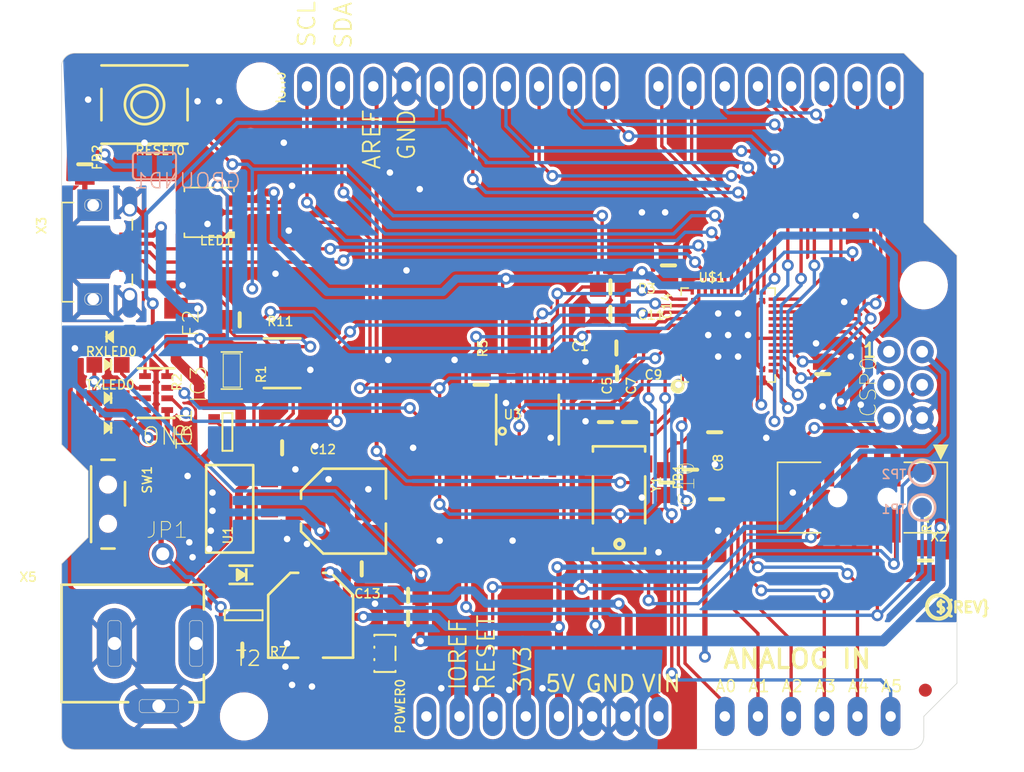
<source format=kicad_pcb>
(kicad_pcb (version 20221018) (generator pcbnew)
  (layers (0 "F.Cu" signal) (31 "B.Cu" signal) (34 "B.Paste" user) (35 "F.Paste" user) (36 "B.SilkS" user "B.Silkscreen") (37 "F.SilkS" user "F.Silkscreen") (38 "B.Mask" user) (39 "F.Mask" user) (44 "Edge.Cuts" user))
  (net 0 "")
  (net 1 "+5V")
  (net 2 "GND")
  (net 3 "AREF")
  (net 4 "VIN")
  (net 5 "SCK")
  (net 6 "D-")
  (net 7 "D+")
  (net 8 "MISO")
  (net 9 "MOSI")
  (net 10 "USBVCC")
  (net 11 "USHIELD")
  (net 12 "N$1")
  (net 13 "AVCC")
  (net 14 "3.3V")
  (net 15 "N$13")
  (net 16 "VBUS")
  (net 17 "N$5")
  (net 18 "TXLED")
  (net 19 "N$7")
  (net 20 "N$3")
  (net 21 "N$2")
  (net 22 "N$15")
  (net 23 "D13")
  (net 24 "A5")
  (net 25 "A4")
  (net 26 "A3")
  (net 27 "A2")
  (net 28 "A1")
  (net 29 "D11")
  (net 30 "D12")
  (net 31 "A0")
  (net 32 "VDDCORE")
  (net 33 "SCL")
  (net 34 "SDA")
  (net 35 "D9")
  (net 36 "D8")
  (net 37 "D7")
  (net 38 "D6")
  (net 39 "D5")
  (net 40 "D4")
  (net 41 "D1")
  (net 42 "D0")
  (net 43 "D10")
  (net 44 "~{RESET}")
  (net 45 "NEOPIX/SWCLK")
  (net 46 "RXLED/SWDIO")
  (net 47 "N$4")
  (net 48 "N$6")
  (net 49 "D3")
  (net 50 "D2")
  (net 51 "PA28_USB_HOST_EN")
  (net 52 "N$10")
  (net 53 "N$11")
  (net 54 "N$8")
  (net 55 "FLASH_CS")
  (net 56 "FLASH_SCK")
  (net 57 "FLASH_MOSI")
  (net 58 "FLASH_MISO")
  (net 59 "N$9")
  (footprint "working:0805-NO" (layer "F.Cu") (at 115.9891 86.8426 -90)
    (fp_text reference "FB2")
    (fp_text value "FERRITE")
  )
  (footprint "working:RESPACK_4X0603" (layer "F.Cu") (at 131.1021 102.0826 90)
    (fp_text reference "R1")
    (fp_text value "100K")
  )
  (footprint "" (layer "F.Cu") (at 180.2511 96.1136)
    (fp_text reference "@HOLE0" hide)
    (fp_text value "")
  )
  (footprint "working:FIDUCIAL_1MM" (layer "F.Cu") (at 128.6891 84.8106)
    (fp_text reference "FD1" hide)
    (fp_text value "FIDUCIAL_1MM" hide)
  )
  (footprint "working:4UCONN_20329_V2" (layer "F.Cu") (at 118.5291 93.5736 -90)
    (fp_text reference "X3")
    (fp_text value "20329")
    (fp_line (start -4.05 2.15) (end -4.05 1.6) (stroke (width 0.05)) (layer "Edge.Cuts"))
    (fp_line (start -3.7 1.25) (end -3.5 1.25) (stroke (width 0.05)) (layer "Edge.Cuts"))
    (fp_line (start -3.5 2.55) (end -3.7 2.55) (stroke (width 0.05)) (layer "Edge.Cuts"))
    (fp_line (start -3.15 1.6) (end -3.15 2.15) (stroke (width 0.05)) (layer "Edge.Cuts"))
    (fp_line (start 3.15 2.2) (end 3.15 1.6) (stroke (width 0.05)) (layer "Edge.Cuts"))
    (fp_line (start 4.05 1.6) (end 4.05 2.2) (stroke (width 0.05)) (layer "Edge.Cuts"))
    (fp_arc (start -4.05 1.6) (mid -3.947487 1.352513) (end -3.7 1.25) (stroke (width 0.05)) (layer "Edge.Cuts"))
    (fp_arc (start -3.7 2.55) (mid -3.957843 2.422487) (end -4.05 2.15) (stroke (width 0.05)) (layer "Edge.Cuts"))
    (fp_arc (start -3.5 1.25) (mid -3.252513 1.352513) (end -3.15 1.6) (stroke (width 0.05)) (layer "Edge.Cuts"))
    (fp_arc (start -3.15 2.15) (mid -3.242157 2.422487) (end -3.5 2.55) (stroke (width 0.05)) (layer "Edge.Cuts"))
    (fp_arc (start 3.15 1.6) (mid 3.302513 1.331802) (end 3.6 1.25) (stroke (width 0.05)) (layer "Edge.Cuts"))
    (fp_arc (start 3.6 1.25) (mid 3.897487 1.331802) (end 4.05 1.6) (stroke (width 0.05)) (layer "Edge.Cuts"))
    (fp_arc (start 3.6 2.55) (mid 3.302513 2.468198) (end 3.15 2.2) (stroke (width 0.05)) (layer "Edge.Cuts"))
    (fp_arc (start 4.05 2.2) (mid 3.897487 2.468198) (end 3.6 2.55) (stroke (width 0.05)) (layer "Edge.Cuts"))
  )
  (footprint "working:PCBFEAT-REV-040" (layer "F.Cu") (at 181.3941 120.7516)
    (fp_text reference "U$14" hide)
    (fp_text value "" hide)
  )
  (footprint "working:FIDUCIAL_1MM" (layer "F.Cu") (at 180.3701 127.1246)
    (fp_text reference "FD2" hide)
    (fp_text value "FIDUCIAL_1MM" hide)
  )
  (footprint "working:0805-NO" (layer "F.Cu") (at 156.2481 98.2726)
    (fp_text reference "C11")
    (fp_text value "0.1uF")
  )
  (footprint "working:0805-NO" (layer "F.Cu") (at 160.6931 94.5896 -90)
    (fp_text reference "C14")
    (fp_text value "0.1uF")
  )
  (footprint "working:0805-NO" (layer "F.Cu") (at 127.8509 98.7552)
    (fp_text reference "R11")
    (fp_text value "330R")
  )
  (footprint "working:DCJACK_2MM_PTH" (layer "F.Cu") (at 110.9091 123.5456)
    (fp_text reference "X5")
    (fp_text value "2.1mm")
    (fp_line (start 6.85 1.5) (end 6.85 -1.5) (stroke (width 0.05)) (layer "Edge.Cuts"))
    (fp_line (start 7.1 -1.75) (end 7.6 -1.75) (stroke (width 0.05)) (layer "Edge.Cuts"))
    (fp_line (start 7.6 1.75) (end 7.1 1.75) (stroke (width 0.05)) (layer "Edge.Cuts"))
    (fp_line (start 7.85 -1.5) (end 7.85 1.5) (stroke (width 0.05)) (layer "Edge.Cuts"))
    (fp_line (start 9.25 5.05) (end 9.25 4.55) (stroke (width 0.05)) (layer "Edge.Cuts"))
    (fp_line (start 9.5 4.3) (end 12 4.3) (stroke (width 0.05)) (layer "Edge.Cuts"))
    (fp_line (start 12 5.3) (end 9.5 5.3) (stroke (width 0.05)) (layer "Edge.Cuts"))
    (fp_line (start 12.25 4.55) (end 12.25 5.05) (stroke (width 0.05)) (layer "Edge.Cuts"))
    (fp_line (start 13.1 1.5) (end 13.1 -1.5) (stroke (width 0.05)) (layer "Edge.Cuts"))
    (fp_line (start 13.35 -1.75) (end 13.85 -1.75) (stroke (width 0.05)) (layer "Edge.Cuts"))
    (fp_line (start 13.85 1.75) (end 13.35 1.75) (stroke (width 0.05)) (layer "Edge.Cuts"))
    (fp_line (start 14.1 -1.5) (end 14.1 1.5) (stroke (width 0.05)) (layer "Edge.Cuts"))
    (fp_arc (start 6.85 -1.5) (mid 6.923223 -1.676777) (end 7.1 -1.75) (stroke (width 0.05)) (layer "Edge.Cuts"))
    (fp_arc (start 7.1 1.75) (mid 6.923223 1.676777) (end 6.85 1.5) (stroke (width 0.05)) (layer "Edge.Cuts"))
    (fp_arc (start 7.6 -1.75) (mid 7.776777 -1.676777) (end 7.85 -1.5) (stroke (width 0.05)) (layer "Edge.Cuts"))
    (fp_arc (start 7.85 1.5) (mid 7.776777 1.676777) (end 7.6 1.75) (stroke (width 0.05)) (layer "Edge.Cuts"))
    (fp_arc (start 9.25 4.55) (mid 9.323223 4.373223) (end 9.5 4.3) (stroke (width 0.05)) (layer "Edge.Cuts"))
    (fp_arc (start 9.5 5.3) (mid 9.323223 5.226777) (end 9.25 5.05) (stroke (width 0.05)) (layer "Edge.Cuts"))
    (fp_arc (start 12 4.3) (mid 12.176777 4.373223) (end 12.25 4.55) (stroke (width 0.05)) (layer "Edge.Cuts"))
    (fp_arc (start 12.25 5.05) (mid 12.176777 5.226777) (end 12 5.3) (stroke (width 0.05)) (layer "Edge.Cuts"))
    (fp_arc (start 13.1 -1.5) (mid 13.173223 -1.676777) (end 13.35 -1.75) (stroke (width 0.05)) (layer "Edge.Cuts"))
    (fp_arc (start 13.35 1.75) (mid 13.173223 1.676777) (end 13.1 1.5) (stroke (width 0.05)) (layer "Edge.Cuts"))
    (fp_arc (start 13.85 -1.75) (mid 14.026777 -1.676777) (end 14.1 -1.5) (stroke (width 0.05)) (layer "Edge.Cuts"))
    (fp_arc (start 14.1 1.5) (mid 14.026777 1.676777) (end 13.85 1.75) (stroke (width 0.05)) (layer "Edge.Cuts"))
  )
  (footprint "" (layer "F.Cu") (at 180.2511 124.0536)
    (fp_text reference "@HOLE1" hide)
    (fp_text value "")
  )
  (footprint "working:0805-NO" (layer "F.Cu") (at 172.510484 102.912613 90)
    (fp_text reference "C6" hide)
    (fp_text value "0.1uF")
  )
  (footprint "working:PANASONIC_D" (layer "F.Cu") (at 135.8011 113.411 180)
    (fp_text reference "PC2" hide)
    (fp_text value "47uF+/6.3V+")
  )
  (footprint "working:0805-NO" (layer "F.Cu") (at 180.3781 117.1956 90)
    (fp_text reference "R4")
    (fp_text value "1K")
  )
  (footprint "working:SPDT_SMT_SSSS811101" (layer "F.Cu") (at 117.7671 112.8776 -90)
    (fp_text reference "SW1")
    (fp_text value "")
  )
  (footprint "working:CHIPLED_0805_NOOUTLINE" (layer "F.Cu") (at 117.7671 104.7496 -90)
    (fp_text reference "TXLED0")
    (fp_text value "YELLOW")
  )
  (footprint "working:1X08_OVALWAVE" (layer "F.Cu") (at 168.8211 80.8736)
    (fp_text reference "IOL0" hide)
    (fp_text value "20610" hide)
  )
  (footprint "working:0805-NO" (layer "F.Cu") (at 128.0541 124.0536)
    (fp_text reference "R7")
    (fp_text value "10K")
  )
  (footprint "working:CHIPLED_0805_NOOUTLINE" (layer "F.Cu") (at 117.8941 100.0506 90)
    (fp_text reference "L0" hide)
    (fp_text value "RED")
  )
  (footprint "working:SOT223-R" (layer "F.Cu") (at 127.0889 113.2332 90)
    (fp_text reference "U1")
    (fp_text value "NCP1117ST50T3G")
  )
  (footprint "working:R1206" (layer "F.Cu") (at 122.9741 99.2886 -90)
    (fp_text reference "F2")
    (fp_text value "500mA")
  )
  (footprint "working:1X10_OVALWAVE" (layer "F.Cu") (at 144.4371 80.8736)
    (fp_text reference "IOH0")
    (fp_text value "20611" hide)
  )
  (footprint "working:2X05_1.27MM_BOX_POSTS" (layer "F.Cu") (at 175.5521 112.3696 180)
    (fp_text reference "X2")
    (fp_text value "2x5 0.05\" SWD")
  )
  (footprint "working:SOT-23" (layer "F.Cu") (at 128.1811 121.3866 180)
    (fp_text reference "T2")
    (fp_text value "DMP3098L-7")
  )
  (footprint "working:0805-NO" (layer "F.Cu") (at 156.7053 100.9142 180)
    (fp_text reference "C1")
    (fp_text value "1uF")
  )
  (footprint "working:0805-NO" (layer "F.Cu") (at 157.7213 106.5911 90)
    (fp_text reference "C7")
    (fp_text value "22pF")
  )
  (footprint "working:0805-NO" (layer "F.Cu") (at 164.233687 107.366641 90)
    (fp_text reference "C10")
    (fp_text value "0.1uF")
  )
  (footprint "working:0805-NO" (layer "F.Cu") (at 146.3421 103.7336 90)
    (fp_text reference "R5")
    (fp_text value "10K")
  )
  (footprint "working:METRO_M0_FRONT" (layer "F.Cu") (at 114.2111 131.6736)
    (fp_text reference "U$30" hide)
    (fp_text value "" hide)
  )
  (footprint "working:0805-NO" (layer "F.Cu") (at 160.5661 111.2266 90)
    (fp_text reference "C4" hide)
    (fp_text value "0.1uF")
  )
  (footprint "working:1X01_ROUND" (layer "F.Cu") (at 121.9581 116.6876)
    (fp_text reference "JP1")
    (fp_text value "")
  )
  (footprint "working:0805-NO" (layer "F.Cu") (at 164.3761 112.4966 90)
    (fp_text reference "C8")
    (fp_text value "10uF")
  )
  (footprint "working:0805-NO" (layer "F.Cu") (at 140.7541 119.8626 180)
    (fp_text reference "C13")
    (fp_text value "0.1uF")
  )
  (footprint "working:2X03_ROUND_70MIL" (layer "F.Cu") (at 178.8541 103.7336 -90)
    (fp_text reference "ICSP0")
    (fp_text value "3x2 M")
  )
  (footprint "working:RESPACK_4X0603" (layer "F.Cu") (at 121.4501 104.3686 -90)
    (fp_text reference "R2")
    (fp_text value "1K")
  )
  (footprint "working:0805-NO" (layer "F.Cu") (at 155.8671 106.5911 90)
    (fp_text reference "C5")
    (fp_text value "22pF")
  )
  (footprint "working:PANASONIC_D" (layer "F.Cu") (at 133.2865 121.3866 90)
    (fp_text reference "PC1" hide)
    (fp_text value "47uF/25V")
  )
  (footprint "working:CRYSTAL_8X3.8" (layer "F.Cu") (at 156.9085 112.5474 -90)
    (fp_text reference "Y1")
    (fp_text value "32.768KHz")
  )
  (footprint "working:0805-NO" (layer "F.Cu") (at 162.390321 110.238772 90)
    (fp_text reference "FB1")
    (fp_text value "FERRITE")
  )
  (footprint "working:TQFN48_7MM" (layer "F.Cu") (at 165.2651 99.9236)
    (fp_text reference "U$1")
    (fp_text value "ATSAMD21G18_QFN")
  )
  (footprint "working:1X06_OVALWAVE" (layer "F.Cu") (at 171.3611 129.1336)
    (fp_text reference "AD0" hide)
    (fp_text value "20609" hide)
  )
  (footprint "working:LED3535" (layer "F.Cu") (at 125.5141 90.5256 180)
    (fp_text reference "LED1")
    (fp_text value "WS2812B3535")
  )
  (footprint "working:CHIPLED_0805_NOOUTLINE" (layer "F.Cu") (at 117.7671 107.0356 -90)
    (fp_text reference "ON0")
    (fp_text value "GREEN")
  )
  (footprint "working:SOT-23" (layer "F.Cu") (at 126.9111 107.3658 90)
    (fp_text reference "TR1")
    (fp_text value "DMP3098L-7")
  )
  (footprint "working:EVQ-Q2" (layer "F.Cu") (at 120.5611 82.2706 180)
    (fp_text reference "RESET0")
    (fp_text value "EVQQ 6mm")
  )
  (footprint "working:1X08_OVALWAVE" (layer "F.Cu") (at 151.0411 129.1336)
    (fp_text reference "POWER0")
    (fp_text value "20610" hide)
  )
  (footprint "" (layer "F.Cu") (at 128.1811 129.1336)
    (fp_text reference "@HOLE3" hide)
    (fp_text value "")
  )
  (footprint "working:0805-NO" (layer "F.Cu") (at 140.7541 121.6406)
    (fp_text reference "C3" hide)
    (fp_text value "10uF")
  )
  (footprint "working:FIDUCIAL_1MM" (layer "F.Cu") (at 136.9911 128.5176)
    (fp_text reference "FD3" hide)
    (fp_text value "FIDUCIAL_1MM" hide)
  )
  (footprint "working:SOD-123" (layer "F.Cu") (at 127.9525 118.2878 180)
    (fp_text reference "D1" hide)
    (fp_text value "MBR120")
  )
  (footprint "working:0805-NO" (layer "F.Cu") (at 131.1021 108.5596)
    (fp_text reference "C12")
    (fp_text value "0.1uF")
  )
  (footprint "working:0805-NO" (layer "F.Cu") (at 156.2481 96.2406)
    (fp_text reference "R3")
    (fp_text value "330R")
  )
  (footprint "" (layer "F.Cu") (at 129.4511 80.8736)
    (fp_text reference "@HOLE2" hide)
    (fp_text value "")
  )
  (footprint "working:0805-NO" (layer "F.Cu") (at 137.1981 117.8306 180)
    (fp_text reference "C2" hide)
    (fp_text value "0.1uF")
  )
  (footprint "working:0805-NO" (layer "F.Cu") (at 156.7561 102.8446)
    (fp_text reference "C9")
    (fp_text value "0.1uF")
  )
  (footprint "working:SOT23-5" (layer "F.Cu") (at 127.2413 102.6414 90)
    (fp_text reference "IC3")
    (fp_text value "74LVC1G125D")
  )
  (footprint "working:CHIPLED_0805_NOOUTLINE" (layer "F.Cu") (at 117.7671 102.2096 -90)
    (fp_text reference "RXLED0")
    (fp_text value "YELLOW")
  )
  (footprint "working:SOIC8_208MIL" (layer "F.Cu") (at 149.8981 106.4006)
    (fp_text reference "U3")
    (fp_text value "SPI Flash")
  )
  (footprint "working:SOT23-DBV" (layer "F.Cu") (at 138.9761 124.3076 -90)
    (fp_text reference "U2" hide)
    (fp_text value "AP2112K-3.3")
  )
  (footprint "working:METRO_M0_BACK" (layer "B.Cu") (at 182.7911 131.6736 180)
    (fp_text reference "U$11" hide)
    (fp_text value "" hide)
  )
  (footprint "working:TESTPOINT_ROUND_1.5MM" (layer "B.Cu") (at 180.1241 113.1316 180)
    (fp_text reference "TP1")
    (fp_text value "")
  )
  (footprint "working:SJ" (layer "B.Cu") (at 121.3231 86.9696)
    (fp_text reference "GROUND1")
    (fp_text value "")
  )
  (footprint "working:TESTPOINT_ROUND_1.5MM" (layer "B.Cu") (at 180.1241 110.4646 180)
    (fp_text reference "TP2")
    (fp_text value "")
  )
  (gr_arc (start 114.2111 79.3336) (mid 114.503993 78.626493) (end 115.2111 78.3336) (stroke (width 0.05)) (layer "Edge.Cuts"))
  (gr_line (start 114.2111 117.4496) (end 116.2431 115.4176) (stroke (width 0.05)) (layer "Edge.Cuts"))
  (gr_arc (start 115.2111 131.6736) (mid 114.503993 131.380707) (end 114.2111 130.6736) (stroke (width 0.05)) (layer "Edge.Cuts"))
  (gr_line (start 182.7911 126.5936) (end 180.2511 129.1336) (stroke (width 0.05)) (layer "Edge.Cuts"))
  (gr_line (start 116.2431 115.4176) (end 116.2431 110.3376) (stroke (width 0.05)) (layer "Edge.Cuts"))
  (gr_line (start 182.7911 93.8276) (end 182.7911 126.5936) (stroke (width 0.05)) (layer "Edge.Cuts"))
  (gr_line (start 114.2111 108.3056) (end 114.2111 79.3336) (stroke (width 0.05)) (layer "Edge.Cuts"))
  (gr_arc (start 180.2511 130.6736) (mid 179.958207 131.380707) (end 179.2511 131.6736) (stroke (width 0.05)) (layer "Edge.Cuts"))
  (gr_line (start 114.2111 130.6736) (end 114.2111 117.4496) (stroke (width 0.05)) (layer "Edge.Cuts"))
  (gr_line (start 115.2111 78.3336) (end 178.7271 78.3336) (stroke (width 0.05)) (layer "Edge.Cuts"))
  (gr_line (start 116.2431 110.3376) (end 114.2111 108.3056) (stroke (width 0.05)) (layer "Edge.Cuts"))
  (gr_line (start 180.2511 79.8576) (end 180.2511 91.2876) (stroke (width 0.05)) (layer "Edge.Cuts"))
  (gr_line (start 178.7271 78.3336) (end 180.2511 79.8576) (stroke (width 0.05)) (layer "Edge.Cuts"))
  (gr_line (start 180.2511 91.2876) (end 182.7911 93.8276) (stroke (width 0.05)) (layer "Edge.Cuts"))
  (gr_line (start 179.2511 131.6736) (end 115.2111 131.6736) (stroke (width 0.05)) (layer "Edge.Cuts"))
  (gr_line (start 180.2511 129.1336) (end 180.2511 130.6736) (stroke (width 0.05)) (layer "Edge.Cuts"))
  (gr_text "A5" (at 176.8997 127.3434) (layer "F.SilkS") (effects (font (size 0.89408 0.89408) (thickness 0.12192)) (justify left bottom)))
  (gr_text "IOREF" (at 145.3261 127.2286 90) (layer "F.SilkS") (effects (font (size 1.28016 1.28016) (thickness 0.14224)) (justify left bottom)))
  (gr_text "RESET" (at 147.4851 127.2286 90) (layer "F.SilkS") (effects (font (size 1.28016 1.28016) (thickness 0.14224)) (justify left bottom)))
  (gr_text "A3" (at 171.8197 127.3434) (layer "F.SilkS") (effects (font (size 0.89408 0.89408) (thickness 0.12192)) (justify left bottom)))
  (gr_text "A4" (at 174.3597 127.3434) (layer "F.SilkS") (effects (font (size 0.89408 0.89408) (thickness 0.12192)) (justify left bottom)))
  (gr_text "A0" (at 164.1997 127.3434) (layer "F.SilkS") (effects (font (size 0.89408 0.89408) (thickness 0.12192)) (justify left bottom)))
  (gr_text "ANALOG IN" (at 164.7571 125.5776) (layer "F.SilkS") (effects (font (size 1.42494 1.42494) (thickness 0.25146)) (justify left bottom)))
  (gr_text "1" (at 175.4575 101.7292) (layer "F.SilkS") (effects (font (size 1.0795 1.0795) (thickness 0.1905)) (justify left bottom)))
  (gr_text "A1" (at 166.7397 127.3434) (layer "F.SilkS") (effects (font (size 0.89408 0.89408) (thickness 0.12192)) (justify left bottom)))
  (gr_text "GND" (at 139.8841 82.5368 90) (layer "F.SilkS") (effects (font (size 1.28016 1.28016) (thickness 0.14224)) (justify right top)))
  (gr_text "A2" (at 169.2797 127.3434) (layer "F.SilkS") (effects (font (size 0.89408 0.89408) (thickness 0.12192)) (justify left bottom)))
  (gr_text "3V3" (at 150.2791 127.3556 90) (layer "F.SilkS") (effects (font (size 1.28016 1.28016) (thickness 0.14224)) (justify left bottom)))
  (gr_text "SDA" (at 136.5333 78.0928 90) (layer "F.SilkS") (effects (font (size 1.28016 1.28016) (thickness 0.14224)) (justify left bottom)))
  (gr_text "AREF" (at 137.2279 82.5114 90) (layer "F.SilkS") (effects (font (size 1.28016 1.28016) (thickness 0.14224)) (justify right top)))
  (gr_text "5V" (at 151.1681 127.3556) (layer "F.SilkS") (effects (font (size 1.251712 1.251712) (thickness 0.170688)) (justify left bottom)))
  (gr_text "GND" (at 154.2245 127.3688) (layer "F.SilkS") (effects (font (size 1.251712 1.251712) (thickness 0.170688)) (justify left bottom)))
  (gr_text "VIN" (at 158.5341 127.3556) (layer "F.SilkS") (effects (font (size 1.251712 1.251712) (thickness 0.170688)) (justify left bottom)))
  (gr_text "SCL" (at 133.7393 77.9658 90) (layer "F.SilkS") (effects (font (size 1.28016 1.28016) (thickness 0.14224)) (justify left bottom)))
  (segment (start 125.8951 108.3056) (end 125.8951 108.6866) (width 0.8128) (layer "F.Cu") (net 1))
  (segment (start 138.8491 123.6726) (end 138.8491 125.0696) (width 0.6096) (layer "F.Cu") (net 1))
  (segment (start 125.8951 108.6866) (end 123.8631 110.7186) (width 0.8128) (layer "F.Cu") (net 1))
  (segment (start 136.0551 121.5136) (end 136.0551 117.8306) (width 0.6096) (layer "F.Cu") (net 1))
  (segment (start 137.6761 123.3576) (end 136.8831 123.3576) (width 0.6096) (layer "F.Cu") (net 1))
  (segment (start 134.0231 114.287) (end 133.1471 113.411) (width 0.8128) (layer "F.Cu") (net 1))
  (segment (start 136.0551 122.5296) (end 136.0551 121.5136) (width 0.6096) (layer "F.Cu") (net 1))
  (segment (start 134.0231 114.9096) (end 134.0231 114.287) (width 0.8128) (layer "F.Cu") (net 1))
  (segment (start 152.3111 122.2756) (end 152.3111 129.1336) (width 0.6096) (layer "F.Cu") (net 1))
  (segment (start 137.6761 125.2576) (end 138.6611 125.2576) (width 0.6096) (layer "F.Cu") (net 1))
  (segment (start 136.2481 117.8306) (end 136.0551 117.8306) (width 0.4064) (layer "F.Cu") (net 1))
  (segment (start 132.9693 113.2332) (end 133.1471 113.411) (width 0.8128) (layer "F.Cu") (net 1))
  (segment (start 152.3111 117.8306) (end 152.3111 122.2756) (width 0.4064) (layer "F.Cu") (net 1))
  (segment (start 138.5341 123.3576) (end 138.8491 123.6726) (width 0.6096) (layer "F.Cu") (net 1))
  (segment (start 137.6761 123.3576) (end 138.5341 123.3576) (width 0.6096) (layer "F.Cu") (net 1))
  (segment (start 136.0551 116.985) (end 136.0551 116.9416) (width 0.8128) (layer "F.Cu") (net 1))
  (segment (start 136.0551 116.9416) (end 134.0231 114.9096) (width 0.8128) (layer "F.Cu") (net 1))
  (segment (start 136.0551 117.8306) (end 136.0551 116.985) (width 0.6096) (layer "F.Cu") (net 1))
  (segment (start 138.8491 125.0696) (end 138.6611 125.2576) (width 0.6096) (layer "F.Cu") (net 1))
  (segment (start 136.8831 123.3576) (end 136.0551 122.5296) (width 0.6096) (layer "F.Cu") (net 1))
  (segment (start 152.1841 117.7036) (end 152.3111 117.8306) (width 0.4064) (layer "F.Cu") (net 1))
  (segment (start 130.1389 113.2332) (end 132.9693 113.2332) (width 0.8128) (layer "F.Cu") (net 1))
  (segment (start 137.3251 121.5136) (end 136.0551 121.5136) (width 0.6096) (layer "F.Cu") (net 1))
  (via (at 125.7681 111.9886) (size 0.9064) (drill 0.5) (layers "F.Cu" "B.Cu") (net 1))
  (via (at 125.7681 113.3856) (size 0.9064) (drill 0.5) (layers "F.Cu" "B.Cu") (net 1))
  (via (at 123.8631 110.7186) (size 0.9064) (drill 0.5) (layers "F.Cu" "B.Cu") (net 1))
  (via (at 137.3251 121.5136) (size 0.9064) (drill 0.5) (layers "F.Cu" "B.Cu") (net 1))
  (via (at 124.2441 116.9416) (size 0.9064) (drill 0.5) (layers "F.Cu" "B.Cu") (net 1))
  (via (at 125.6411 114.9096) (size 0.9064) (drill 0.5) (layers "F.Cu" "B.Cu") (net 1))
  (via (at 152.3111 122.2756) (size 0.9064) (drill 0.5) (layers "F.Cu" "B.Cu") (net 1))
  (via (at 125.5141 116.3066) (size 0.9064) (drill 0.5) (layers "F.Cu" "B.Cu") (net 1))
  (via (at 123.9901 115.7986) (size 0.9064) (drill 0.5) (layers "F.Cu" "B.Cu") (net 1))
  (via (at 134.0231 114.9096) (size 0.9064) (drill 0.5) (layers "F.Cu" "B.Cu") (net 1))
  (via (at 152.1841 117.7036) (size 0.9064) (drill 0.5) (layers "F.Cu" "B.Cu") (net 1))
  (segment (start 181.7751 102.8446) (end 181.7751 107.5436) (width 0.4064) (layer "B.Cu") (net 1))
  (segment (start 142.9131 121.5136) (end 137.3251 121.5136) (width 0.6096) (layer "B.Cu") (net 1))
  (segment (start 125.8951 113.3856) (end 125.7681 113.3856) (width 0.6096) (layer "B.Cu") (net 1))
  (segment (start 169.5831 114.6556) (end 166.5351 114.6556) (width 0.4064) (layer "B.Cu") (net 1))
  (segment (start 163.4871 117.7036) (end 152.1841 117.7036) (width 0.4064) (layer "B.Cu") (net 1))
  (segment (start 166.5351 114.6556) (end 163.4871 117.7036) (width 0.4064) (layer "B.Cu") (net 1))
  (segment (start 143.6751 122.2756) (end 142.9131 121.5136) (width 0.6096) (layer "B.Cu") (net 1))
  (segment (start 126.0221 113.5126) (end 125.8951 113.3856) (width 0.6096) (layer "B.Cu") (net 1))
  (segment (start 134.0231 114.9096) (end 132.6261 113.5126) (width 0.6096) (layer "B.Cu") (net 1))
  (segment (start 152.3111 122.2756) (end 143.6751 122.2756) (width 0.6096) (layer "B.Cu") (net 1))
  (segment (start 132.6261 113.5126) (end 126.0221 113.5126) (width 0.6096) (layer "B.Cu") (net 1))
  (segment (start 180.1241 101.1936) (end 181.7751 102.8446) (width 0.4064) (layer "B.Cu") (net 1))
  (segment (start 175.4251 108.8136) (end 169.5831 114.6556) (width 0.4064) (layer "B.Cu") (net 1))
  (segment (start 180.5051 108.8136) (end 175.4251 108.8136) (width 0.4064) (layer "B.Cu") (net 1))
  (segment (start 181.7751 107.5436) (end 180.5051 108.8136) (width 0.4064) (layer "B.Cu") (net 1))
  (segment (start 174.1551 97.3836) (end 175.0441 96.4946) (width 0.254) (layer "F.Cu") (net 2))
  (segment (start 122.3001 109.4066) (end 121.0791 110.6276) (width 0.4064) (layer "F.Cu") (net 2))
  (segment (start 175.0441 96.4946) (end 175.0441 95.9866) (width 0.254) (layer "F.Cu") (net 2))
  (segment (start 120.4781 96.0476) (end 123.4161 96.0476) (width 0.6096) (layer "F.Cu") (net 2))
  (segment (start 164.5031 101.9436) (end 164.5031 101.5746) (width 0.4064) (layer "F.Cu") (net 2))
  (segment (start 175.0441 95.9866) (end 175.8061 95.2246) (width 0.254) (layer "F.Cu") (net 2))
  (segment (start 168.7401 100.1736) (end 167.0391 100.1736) (width 0.254) (layer "F.Cu") (net 2))
  (segment (start 122.3001 107.7976) (end 122.3001 109.4066) (width 0.4064) (layer "F.Cu") (net 2))
  (segment (start 161.7901 99.6736) (end 163.7451 99.6736) (width 0.254) (layer "F.Cu") (net 2))
  (segment (start 163.0151 96.4486) (end 163.0151 97.9276) (width 0.254) (layer "F.Cu") (net 2))
  (segment (start 171.6111 100.1736) (end 171.9961 100.5586) (width 0.254) (layer "F.Cu") (net 2))
  (segment (start 133.5151 112.1156) (end 129.0701 112.1156) (width 0.3048) (layer "F.Cu") (net 2))
  (segment (start 175.4251 92.5576) (end 175.4251 92.3036) (width 0.254) (layer "F.Cu") (net 2))
  (segment (start 116.8441 100.0506) (end 114.8461 100.0506) (width 0.3048) (layer "F.Cu") (net 2))
  (segment (start 168.7401 100.1736) (end 171.6111 100.1736) (width 0.254) (layer "F.Cu") (net 2))
  (segment (start 175.8061 95.2246) (end 175.8061 92.9386) (width 0.254) (layer "F.Cu") (net 2))
  (segment (start 115.3541 100.8126) (end 115.2271 100.9396) (width 0.6096) (layer "F.Cu") (net 2))
  (segment (start 163.0151 97.9276) (end 163.3601 98.2726) (width 0.254) (layer "F.Cu") (net 2))
  (segment (start 123.4161 96.0476) (end 123.4821 96.1136) (width 0.6096) (layer "F.Cu") (net 2))
  (segment (start 163.7451 99.6736) (end 164.2491 100.1776) (width 0.254) (layer "F.Cu") (net 2))
  (segment (start 119.3041 94.8736) (end 120.4781 96.0476) (width 0.4064) (layer "F.Cu") (net 2))
  (segment (start 122.3001 105.6686) (end 122.3001 107.7976) (width 0.4064) (layer "F.Cu") (net 2))
  (segment (start 134.6581 110.9726) (end 133.5151 112.1156) (width 0.3048) (layer "F.Cu") (net 2))
  (segment (start 163.9951 100.1776) (end 163.7411 99.9236) (width 0.254) (layer "F.Cu") (net 2))
  (segment (start 120.8151 107.7976) (end 122.3001 107.7976) (width 0.4064) (layer "F.Cu") (net 2))
  (segment (start 175.8061 92.9386) (end 175.4251 92.5576) (width 0.254) (layer "F.Cu") (net 2))
  (segment (start 119.5171 110.6276) (end 121.0791 110.6276) (width 0.4064) (layer "F.Cu") (net 2))
  (segment (start 164.5151 103.3986) (end 164.5151 101.9436) (width 0.254) (layer "F.Cu") (net 2))
  (segment (start 164.5151 101.9436) (end 165.0111 101.4476) (width 0.254) (layer "F.Cu") (net 2))
  (segment (start 125.8951 83.2866) (end 124.6251 82.0166) (width 0.3048) (layer "F.Cu") (net 2))
  (segment (start 167.0391 100.1736) (end 166.7891 99.9236) (width 0.254) (layer "F.Cu") (net 2))
  (segment (start 164.2491 100.1776) (end 163.9951 100.1776) (width 0.254) (layer "F.Cu") (net 2))
  (segment (start 164.5151 101.9436) (end 164.5031 101.9436) (width 0.4064) (layer "F.Cu") (net 2))
  (segment (start 163.3601 98.2726) (end 164.5031 98.2726) (width 0.254) (layer "F.Cu") (net 2))
  (via (at 140.6271 94.9706) (size 0.9064) (drill 0.5) (layers "F.Cu" "B.Cu") (net 2))
  (via (at 166.7891 99.9236) (size 0.9064) (drill 0.5) (layers "F.Cu" "B.Cu") (net 2))
  (via (at 145.9611 126.9746) (size 0.9064) (drill 0.5) (layers "F.Cu" "B.Cu") (net 2))
  (via (at 154.3431 101.9556) (size 0.9064) (drill 0.5) (layers "F.Cu" "B.Cu") (net 2))
  (via (at 139.2301 101.8286) (size 0.9064) (drill 0.5) (layers "F.Cu" "B.Cu") (net 2))
  (via (at 171.9961 100.5586) (size 0.9064) (drill 0.5) (layers "F.Cu" "B.Cu") (net 2))
  (via (at 123.4821 96.1136) (size 0.9064) (drill 0.5) (layers "F.Cu" "B.Cu") (net 2))
  (via (at 164.5031 114.9096) (size 0.9064) (drill 0.5) (layers "F.Cu" "B.Cu") (net 2))
  (via (at 163.7411 99.9236) (size 0.9064) (drill 0.5) (layers "F.Cu" "B.Cu") (net 2))
  (via (at 126.2761 82.0166) (size 0.9064) (drill 0.5) (layers "F.Cu" "B.Cu") (net 2))
  (via (at 134.6581 110.9726) (size 0.9064) (drill 0.5) (layers "F.Cu" "B.Cu") (net 2))
  (via (at 174.1551 97.3836) (size 0.9064) (drill 0.5) (layers "F.Cu" "B.Cu") (net 2))
  (via (at 148.7551 115.6716) (size 0.9064) (drill 0.5) (layers "F.Cu" "B.Cu") (net 2))
  (via (at 133.0071 115.9256) (size 0.9064) (drill 0.5) (layers "F.Cu" "B.Cu") (net 2))
  (via (at 138.2141 120.4976) (size 0.9064) (drill 0.5) (layers "F.Cu" "B.Cu") (net 2))
  (via (at 131.2291 85.1916) (size 0.9064) (drill 0.5) (layers "F.Cu" "B.Cu") (net 2))
  (via (at 141.1351 108.5596) (size 0.9064) (drill 0.5) (layers "F.Cu" "B.Cu") (net 2))
  (via (at 166.0271 98.2726) (size 0.9064) (drill 0.5) (layers "F.Cu" "B.Cu") (net 2))
  (via (at 133.3881 126.8476) (size 0.9064) (drill 0.5) (layers "F.Cu" "B.Cu") (net 2))
  (via (at 124.6251 82.0166) (size 0.9064) (drill 0.5) (layers "F.Cu" "B.Cu") (net 2))
  (via (at 164.5031 98.2726) (size 0.9064) (drill 0.5) (layers "F.Cu" "B.Cu") (net 2))
  (via (at 131.4831 123.5456) (size 0.9064) (drill 0.5) (layers "F.Cu" "B.Cu") (net 2))
  (via (at 172.5041 105.3846) (size 0.9064) (drill 0.5) (layers "F.Cu" "B.Cu") (net 2))
  (via (at 168.1861 107.7976) (size 0.9064) (drill 0.5) (layers "F.Cu" "B.Cu") (net 2))
  (via (at 175.4251 105.2576) (size 0.9064) (drill 0.5) (layers "F.Cu" "B.Cu") (net 2))
  (via (at 125.3871 91.4146) (size 0.9064) (drill 0.5) (layers "F.Cu" "B.Cu") (net 2))
  (via (at 175.0441 90.7796) (size 0.9064) (drill 0.5) (layers "F.Cu" "B.Cu") (net 2))
  (via (at 160.4391 90.5256) (size 0.9064) (drill 0.5) (layers "F.Cu" "B.Cu") (net 2))
  (via (at 133.6421 108.4326) (size 0.9064) (drill 0.5) (layers "F.Cu" "B.Cu") (net 2))
  (via (at 120.5611 85.1916) (size 0.9064) (drill 0.5) (layers "F.Cu" "B.Cu") (net 2))
  (via (at 139.3571 87.4776) (size 0.9064) (drill 0.5) (layers "F.Cu" "B.Cu") (net 2))
  (via (at 166.0271 101.5746) (size 0.9064) (drill 0.5) (layers "F.Cu" "B.Cu") (net 2))
  (via (at 131.3561 125.3236) (size 0.9064) (drill 0.5) (layers "F.Cu" "B.Cu") (net 2))
  (via (at 120.8151 107.7976) (size 0.9064) (drill 0.5) (layers "F.Cu" "B.Cu") (net 2))
  (via (at 154.3431 106.5276) (size 0.9064) (drill 0.5) (layers "F.Cu" "B.Cu") (net 2))
  (via (at 151.0411 126.9746) (size 0.9064) (drill 0.5) (layers "F.Cu" "B.Cu") (net 2))
  (via (at 132.1181 110.2106) (size 0.9064) (drill 0.5) (layers "F.Cu" "B.Cu") (net 2))
  (via (at 141.6431 88.7476) (size 0.9064) (drill 0.5) (layers "F.Cu" "B.Cu") (net 2))
  (via (at 131.8641 88.4936) (size 0.9064) (drill 0.5) (layers "F.Cu" "B.Cu") (net 2))
  (via (at 151.6761 107.7976) (size 0.9064) (drill 0.5) (layers "F.Cu" "B.Cu") (net 2))
  (via (at 164.5031 101.5746) (size 0.9064) (drill 0.5) (layers "F.Cu" "B.Cu") (net 2))
  (via (at 116.2431 81.8896) (size 0.9064) (drill 0.5) (layers "F.Cu" "B.Cu") (net 2))
  (via (at 164.2491 109.8296) (size 0.9064) (drill 0.5) (layers "F.Cu" "B.Cu") (net 2))
  (via (at 158.6611 90.5256) (size 0.9064) (drill 0.5) (layers "F.Cu" "B.Cu") (net 2))
  (via (at 143.2941 126.9746) (size 0.9064) (drill 0.5) (layers "F.Cu" "B.Cu") (net 2))
  (via (at 170.2181 111.9886) (size 0.9064) (drill 0.5) (layers "F.Cu" "B.Cu") (net 2))
  (via (at 115.2271 100.9396) (size 0.9064) (drill 0.5) (layers "F.Cu" "B.Cu") (net 2))
  (via (at 144.3101 101.8286) (size 0.9064) (drill 0.5) (layers "F.Cu" "B.Cu") (net 2))
  (via (at 130.5941 95.2246) (size 0.9064) (drill 0.5) (layers "F.Cu" "B.Cu") (net 2))
  (via (at 143.1671 115.6716) (size 0.9064) (drill 0.5) (layers "F.Cu" "B.Cu") (net 2))
  (via (at 159.9311 116.5606) (size 0.9064) (drill 0.5) (layers "F.Cu" "B.Cu") (net 2))
  (via (at 131.6101 91.9226) (size 0.9064) (drill 0.5) (layers "F.Cu" "B.Cu") (net 2))
  (via (at 174.6631 101.5746) (size 0.9064) (drill 0.5) (layers "F.Cu" "B.Cu") (net 2))
  (via (at 131.4831 115.5446) (size 0.9064) (drill 0.5) (layers "F.Cu" "B.Cu") (net 2))
  (via (at 131.8641 126.7206) (size 0.9064) (drill 0.5) (layers "F.Cu" "B.Cu") (net 2))
  (via (at 137.7061 111.7346) (size 0.9064) (drill 0.5) (layers "F.Cu" "B.Cu") (net 2))
  (via (at 158.6611 112.3696) (size 0.9064) (drill 0.5) (layers "F.Cu" "B.Cu") (net 2))
  (via (at 165.2651 99.9236) (size 0.9064) (drill 0.5) (layers "F.Cu" "B.Cu") (net 2))
  (via (at 133.2611 102.5906) (size 0.9064) (drill 0.5) (layers "F.Cu" "B.Cu") (net 2))
  (via (at 148.2471 105.1306) (size 0.9064) (drill 0.5) (layers "F.Cu" "B.Cu") (net 2))
  (via (at 148.5011 127.1016) (size 0.9064) (drill 0.5) (layers "F.Cu" "B.Cu") (net 2))
  (segment (start 120.5611 100.1776) (end 121.5771 99.1616) (width 0.6096) (layer "B.Cu") (net 2))
  (segment (start 121.5771 99.1616) (end 123.8631 99.1616) (width 0.6096) (layer "B.Cu") (net 2))
  (segment (start 115.2271 100.9396) (end 115.2271 103.7336) (width 0.4064) (layer "B.Cu") (net 2))
  (segment (start 115.2271 103.7336) (end 117.5131 106.0196) (width 0.4064) (layer "B.Cu") (net 2))
  (segment (start 119.0371 106.0196) (end 120.8151 107.7976) (width 0.4064) (layer "B.Cu") (net 2))
  (segment (start 122.0851 86.9696) (end 122.7201 86.9696) (width 0.4064) (layer "B.Cu") (net 2))
  (segment (start 117.5131 106.0196) (end 119.0371 106.0196) (width 0.4064) (layer "B.Cu") (net 2))
  (segment (start 160.5661 110.2766) (end 160.2461 110.2766) (width 0.254) (layer "F.Cu") (net 3))
  (segment (start 160.5661 108.9406) (end 160.5661 110.2766) (width 0.254) (layer "F.Cu") (net 3))
  (segment (start 161.3281 108.1786) (end 160.5661 108.9406) (width 0.254) (layer "F.Cu") (net 3))
  (segment (start 138.0871 80.8736) (end 138.3411 81.1276) (width 0.3048) (layer "F.Cu") (net 3))
  (segment (start 164.0151 104.7296) (end 162.5981 106.1466) (width 0.254) (layer "F.Cu") (net 3))
  (segment (start 161.7091 108.1786) (end 161.3281 108.1786) (width 0.254) (layer "F.Cu") (net 3))
  (segment (start 162.5981 107.2896) (end 161.7091 108.1786) (width 0.254) (layer "F.Cu") (net 3))
  (segment (start 162.5981 106.1466) (end 162.5981 107.2896) (width 0.254) (layer "F.Cu") (net 3))
  (segment (start 160.2461 110.2766) (end 159.2961 111.2266) (width 0.254) (layer "F.Cu") (net 3))
  (segment (start 164.0151 103.3986) (end 164.0151 104.7296) (width 0.254) (layer "F.Cu") (net 3))
  (segment (start 138.3411 81.1276) (end 138.3411 108.8136) (width 0.3048) (layer "F.Cu") (net 3))
  (segment (start 159.2961 111.2266) (end 157.0101 111.2266) (width 0.254) (layer "F.Cu") (net 3))
  (via (at 157.0101 111.2266) (size 0.9064) (drill 0.5) (layers "F.Cu" "B.Cu") (net 3))
  (via (at 138.3411 108.8136) (size 0.9064) (drill 0.5) (layers "F.Cu" "B.Cu") (net 3))
  (segment (start 141.1351 111.0996) (end 156.7561 111.0996) (width 0.3048) (layer "B.Cu") (net 3))
  (segment (start 156.7561 111.0996) (end 156.8831 111.2266) (width 0.3048) (layer "B.Cu") (net 3))
  (segment (start 140.6271 111.0996) (end 138.3411 108.8136) (width 0.254) (layer "B.Cu") (net 3))
  (segment (start 141.1351 111.0996) (end 140.6271 111.0996) (width 0.254) (layer "B.Cu") (net 3))
  (segment (start 156.8831 111.2266) (end 157.0101 111.2266) (width 0.3048) (layer "B.Cu") (net 3))
  (segment (start 130.1521 107.7316) (end 131.9521 105.9316) (width 0.254) (layer "F.Cu") (net 4))
  (segment (start 127.8001 120.3706) (end 128.1557 120.3706) (width 0.6096) (layer "F.Cu") (net 4))
  (segment (start 157.6451 121.2596) (end 156.8831 120.4976) (width 0.6096) (layer "F.Cu") (net 4))
  (segment (start 130.1521 108.5596) (end 130.1521 110.92) (width 0.6096) (layer "F.Cu") (net 4))
  (segment (start 130.1521 110.92) (end 130.1389 110.9332) (width 0.6096) (layer "F.Cu") (net 4))
  (segment (start 128.6891 110.9726) (end 129.7185 110.9726) (width 0.6096) (layer "F.Cu") (net 4))
  (segment (start 132.7147 118.1608) (end 133.2865 118.7326) (width 0.6096) (layer "F.Cu") (net 4))
  (segment (start 127.8001 111.8616) (end 128.6891 110.9726) (width 0.6096) (layer "F.Cu") (net 4))
  (segment (start 127.8001 116.8146) (end 127.8001 120.3706) (width 0.6096) (layer "F.Cu") (net 4))
  (segment (start 134.7089 118.1608) (end 132.7147 118.1608) (width 0.8128) (layer "F.Cu") (net 4))
  (segment (start 157.6451 125.5776) (end 157.6451 121.2596) (width 0.6096) (layer "F.Cu") (net 4))
  (segment (start 129.7185 110.9726) (end 129.7579 110.9332) (width 0.4064) (layer "F.Cu") (net 4))
  (segment (start 132.7147 118.1608) (end 131.3685 116.8146) (width 0.6096) (layer "F.Cu") (net 4))
  (segment (start 127.8001 116.8146) (end 127.8001 111.8616) (width 0.6096) (layer "F.Cu") (net 4))
  (segment (start 159.9311 129.1336) (end 159.9311 127.8636) (width 0.6096) (layer "F.Cu") (net 4))
  (segment (start 131.9521 105.9316) (end 131.9521 103.3826) (width 0.254) (layer "F.Cu") (net 4))
  (segment (start 131.3685 116.8146) (end 127.8001 116.8146) (width 0.6096) (layer "F.Cu") (net 4))
  (segment (start 129.7579 110.9332) (end 130.1389 110.9332) (width 0.4064) (layer "F.Cu") (net 4))
  (segment (start 159.9311 127.8636) (end 157.6451 125.5776) (width 0.6096) (layer "F.Cu") (net 4))
  (segment (start 130.1521 108.5596) (end 130.1521 107.7316) (width 0.254) (layer "F.Cu") (net 4))
  (segment (start 134.7851 118.0846) (end 134.7089 118.1608) (width 0.8128) (layer "F.Cu") (net 4))
  (via (at 156.8831 120.4976) (size 0.9064) (drill 0.5) (layers "F.Cu" "B.Cu") (net 4))
  (via (at 134.7851 118.0846) (size 0.9064) (drill 0.5) (layers "F.Cu" "B.Cu") (net 4))
  (segment (start 139.7381 119.4816) (end 140.3731 120.1166) (width 0.6096) (layer "B.Cu") (net 4))
  (segment (start 156.8831 120.4976) (end 146.7231 120.4976) (width 0.6096) (layer "B.Cu") (net 4))
  (segment (start 136.5631 119.4816) (end 139.7381 119.4816) (width 0.6096) (layer "B.Cu") (net 4))
  (segment (start 144.6911 119.4816) (end 145.7071 119.4816) (width 0.6096) (layer "B.Cu") (net 4))
  (segment (start 135.1661 118.0846) (end 134.7851 118.0846) (width 0.6096) (layer "B.Cu") (net 4))
  (segment (start 136.5631 119.4816) (end 135.1661 118.0846) (width 0.6096) (layer "B.Cu") (net 4))
  (segment (start 140.3731 120.1166) (end 144.0561 120.1166) (width 0.6096) (layer "B.Cu") (net 4))
  (segment (start 146.7231 120.4976) (end 145.7071 119.4816) (width 0.6096) (layer "B.Cu") (net 4))
  (segment (start 144.0561 120.1166) (end 144.6911 119.4816) (width 0.6096) (layer "B.Cu") (net 4))
  (segment (start 176.1871 100.5586) (end 176.1871 101.9556) (width 0.254) (layer "F.Cu") (net 5))
  (segment (start 168.7401 99.1736) (end 174.8021 99.1736) (width 0.254) (layer "F.Cu") (net 5))
  (segment (start 174.8021 99.1736) (end 176.1871 100.5586) (width 0.254) (layer "F.Cu") (net 5))
  (segment (start 177.5841 103.3526) (end 177.5841 103.7336) (width 0.254) (layer "F.Cu") (net 5))
  (segment (start 176.1871 101.9556) (end 177.5841 103.3526) (width 0.254) (layer "F.Cu") (net 5))
  (segment (start 119.3041 92.9236) (end 121.1451 92.9236) (width 0.3048) (layer "F.Cu") (net 6))
  (segment (start 121.5411 93.3196) (end 121.1451 92.9236) (width 0.254) (layer "F.Cu") (net 6))
  (segment (start 134.7851 93.3196) (end 121.5411 93.3196) (width 0.254) (layer "F.Cu") (net 6))
  (segment (start 164.0151 94.1016) (end 162.9791 93.0656) (width 0.254) (layer "F.Cu") (net 6))
  (segment (start 164.0151 96.4486) (end 164.0151 94.1016) (width 0.254) (layer "F.Cu") (net 6))
  (via (at 162.9791 93.0656) (size 0.9064) (drill 0.5) (layers "F.Cu" "B.Cu") (net 6))
  (via (at 134.7851 93.3196) (size 0.9064) (drill 0.5) (layers "F.Cu" "B.Cu") (net 6))
  (segment (start 162.9791 93.0656) (end 162.8521 93.1926) (width 0.254) (layer "B.Cu") (net 6))
  (segment (start 134.9121 93.1926) (end 134.7851 93.3196) (width 0.254) (layer "B.Cu") (net 6))
  (segment (start 162.8521 93.1926) (end 134.9121 93.1926) (width 0.254) (layer "B.Cu") (net 6))
  (segment (start 163.5151 95.1256) (end 162.7251 94.3356) (width 0.254) (layer "F.Cu") (net 7))
  (segment (start 135.8011 94.2086) (end 135.6741 94.3356) (width 0.254) (layer "F.Cu") (net 7))
  (segment (start 121.7041 94.3356) (end 120.9421 93.5736) (width 0.254) (layer "F.Cu") (net 7))
  (segment (start 163.5151 96.4486) (end 163.5151 95.1256) (width 0.254) (layer "F.Cu") (net 7))
  (segment (start 119.3041 93.5736) (end 120.9421 93.5736) (width 0.3048) (layer "F.Cu") (net 7))
  (segment (start 135.6741 94.3356) (end 121.7041 94.3356) (width 0.254) (layer "F.Cu") (net 7))
  (via (at 135.8011 94.2086) (size 0.9064) (drill 0.5) (layers "F.Cu" "B.Cu") (net 7))
  (via (at 162.7251 94.3356) (size 0.9064) (drill 0.5) (layers "F.Cu" "B.Cu") (net 7))
  (segment (start 162.0901 93.7006) (end 136.3091 93.7006) (width 0.254) (layer "B.Cu") (net 7))
  (segment (start 136.3091 93.7006) (end 135.8011 94.2086) (width 0.254) (layer "B.Cu") (net 7))
  (segment (start 162.7251 94.3356) (end 162.0901 93.7006) (width 0.254) (layer "B.Cu") (net 7))
  (segment (start 168.7401 98.6736) (end 175.0641 98.6736) (width 0.254) (layer "F.Cu") (net 8))
  (segment (start 175.0641 98.6736) (end 177.5841 101.1936) (width 0.254) (layer "F.Cu") (net 8))
  (segment (start 175.6791 102.2096) (end 175.9331 102.4636) (width 0.254) (layer "F.Cu") (net 9))
  (segment (start 174.5401 99.6736) (end 175.6791 100.8126) (width 0.254) (layer "F.Cu") (net 9))
  (segment (start 175.6791 100.8126) (end 175.6791 102.2096) (width 0.254) (layer "F.Cu") (net 9))
  (segment (start 176.6951 105.0036) (end 178.8541 105.0036) (width 0.254) (layer "F.Cu") (net 9))
  (segment (start 175.9331 104.2416) (end 176.6951 105.0036) (width 0.254) (layer "F.Cu") (net 9))
  (segment (start 178.8541 105.0036) (end 180.1241 103.7336) (width 0.254) (layer "F.Cu") (net 9))
  (segment (start 168.7401 99.6736) (end 174.5401 99.6736) (width 0.254) (layer "F.Cu") (net 9))
  (segment (start 175.9331 102.4636) (end 175.9331 104.2416) (width 0.254) (layer "F.Cu") (net 9))
  (segment (start 125.1331 105.2576) (end 127.6731 105.2576) (width 0.8128) (layer "F.Cu") (net 10))
  (segment (start 122.9741 101.8286) (end 124.7521 103.6066) (width 0.8128) (layer "F.Cu") (net 10))
  (segment (start 124.7521 104.8766) (end 125.1331 105.2576) (width 0.8128) (layer "F.Cu") (net 10))
  (segment (start 127.6731 105.2576) (end 127.9271 105.5116) (width 0.8128) (layer "F.Cu") (net 10))
  (segment (start 124.7521 103.6066) (end 124.7521 104.8766) (width 0.8128) (layer "F.Cu") (net 10))
  (segment (start 127.9271 105.5116) (end 127.9271 107.3404) (width 0.8128) (layer "F.Cu") (net 10))
  (segment (start 122.9741 100.7106) (end 122.9741 101.8286) (width 0.8128) (layer "F.Cu") (net 10))
  (segment (start 115.9891 89.3336) (end 116.6291 89.9736) (width 0.4064) (layer "F.Cu") (net 11))
  (segment (start 115.9891 87.7926) (end 115.9891 89.3336) (width 0.4064) (layer "F.Cu") (net 11))
  (segment (start 120.6001 101.7066) (end 120.6001 103.0686) (width 0.254) (layer "F.Cu") (net 12))
  (segment (start 118.9441 100.0506) (end 120.6001 101.7066) (width 0.254) (layer "F.Cu") (net 12))
  (segment (start 163.1061 108.572994) (end 162.390321 109.288772) (width 0.254) (layer "F.Cu") (net 13))
  (segment (start 164.3761 111.27455) (end 164.3761 111.5466) (width 0.254) (layer "F.Cu") (net 13))
  (segment (start 165.0151 103.3986) (end 165.0151 105.166054) (width 0.254) (layer "F.Cu") (net 13))
  (segment (start 163.979059 106.416641) (end 163.1061 107.2896) (width 0.254) (layer "F.Cu") (net 13))
  (segment (start 164.233687 106.416641) (end 163.979059 106.416641) (width 0.254) (layer "F.Cu") (net 13))
  (segment (start 165.0151 105.166054) (end 164.233687 105.947466) (width 0.254) (layer "F.Cu") (net 13))
  (segment (start 163.1061 107.2896) (end 163.1061 108.572994) (width 0.254) (layer "F.Cu") (net 13))
  (segment (start 164.233687 105.947466) (end 164.233687 106.416641) (width 0.254) (layer "F.Cu") (net 13))
  (segment (start 162.390321 109.288772) (end 164.3761 111.27455) (width 0.254) (layer "F.Cu") (net 13))
  (segment (start 150.5331 106.6546) (end 149.2631 105.3846) (width 0.254) (layer "F.Cu") (net 14))
  (segment (start 172.130112 101.962613) (end 172.510484 101.962613) (width 0.254) (layer "F.Cu") (net 14))
  (segment (start 170.8411 100.6736) (end 172.130112 101.962613) (width 0.254) (layer "F.Cu") (net 14))
  (segment (start 141.7041 118.2776) (end 141.7041 119.8626) (width 0.8128) (layer "F.Cu") (net 14))
  (segment (start 153.8351 104.4956) (end 153.3271 105.0036) (width 0.4064) (layer "F.Cu") (net 14))
  (segment (start 163.1061 115.0366) (end 163.4871 115.4176) (width 0.4064) (layer "F.Cu") (net 14))
  (segment (start 158.7881 101.3206) (end 158.7881 101.8286) (width 0.254) (layer "F.Cu") (net 14))
  (segment (start 147.9931 95.8596) (end 148.2471 95.6056) (width 0.254) (layer "F.Cu") (net 14))
  (segment (start 163.4871 115.4176) (end 163.4871 124.5616) (width 0.4064) (layer "F.Cu") (net 14))
  (segment (start 130.4671 89.0016) (end 129.7051 89.0016) (width 0.6096) (layer "F.Cu") (net 14))
  (segment (start 178.0921 108.8136) (end 178.0921 110.2196) (width 0.6096) (layer "F.Cu") (net 14))
  (segment (start 181.5211 114.6556) (end 181.5211 110.2196) (width 0.8128) (layer "F.Cu") (net 14))
  (segment (start 141.7041 118.2776) (end 141.7701 118.2116) (width 0.4064) (layer "F.Cu") (net 14))
  (segment (start 127.4191 89.5096) (end 127.1651 89.7636) (width 0.6096) (layer "F.Cu") (net 14))
  (segment (start 181.5211 110.2196) (end 178.0921 110.2196) (width 0.8128) (layer "F.Cu") (net 14))
  (segment (start 161.7901 100.6736) (end 159.4351 100.6736) (width 0.254) (layer "F.Cu") (net 14))
  (segment (start 141.7041 119.8626) (end 141.7041 121.6406) (width 0.8128) (layer "F.Cu") (net 14))
  (segment (start 124.8791 100.294507) (end 124.793487 100.208894) (width 0.254) (layer "F.Cu") (net 14))
  (segment (start 158.7881 101.8286) (end 157.7721 102.8446) (width 0.254) (layer "F.Cu") (net 14))
  (segment (start 149.2631 105.3846) (end 149.2631 103.0856) (width 0.254) (layer "F.Cu") (net 14))
  (segment (start 125.9413 103.4644) (end 125.9413 103.5914) (width 0.254) (layer "F.Cu") (net 14))
  (segment (start 157.7061 103.0376) (end 156.2481 104.4956) (width 0.4064) (layer "F.Cu") (net 14))
  (segment (start 127.2501 89.6366) (end 127.2501 89.5946) (width 0.254) (layer "F.Cu") (net 14))
  (segment (start 153.3271 105.0036) (end 153.3271 115.6716) (width 0.4064) (layer "F.Cu") (net 14))
  (segment (start 116.7171 103.4796) (end 116.7171 104.7496) (width 0.3048) (layer "F.Cu") (net 14))
  (segment (start 162.390321 111.188772) (end 163.1061 111.90455) (width 0.4064) (layer "F.Cu") (net 14))
  (segment (start 150.5331 109.7156) (end 150.5331 106.6546) (width 0.254) (layer "F.Cu") (net 14))
  (segment (start 129.7051 89.0016) (end 129.1971 89.5096) (width 0.6096) (layer "F.Cu") (net 14))
  (segment (start 181.5211 114.6556) (end 181.5211 115.1026) (width 0.254) (layer "F.Cu") (net 14))
  (segment (start 153.3271 115.6716) (end 155.1051 117.4496) (width 0.4064) (layer "F.Cu") (net 14))
  (segment (start 157.7061 102.8446) (end 157.7061 103.0376) (width 0.4064) (layer "F.Cu") (net 14))
  (segment (start 160.6931 95.5396) (end 159.1031 95.5396) (width 0.4064) (layer "F.Cu") (net 14))
  (segment (start 157.7721 102.8446) (end 157.7061 102.8446) (width 0.254) (layer "F.Cu") (net 14))
  (segment (start 127.2501 89.5946) (end 126.1491 88.4936) (width 0.254) (layer "F.Cu") (net 14))
  (segment (start 141.7041 121.6406) (end 141.7041 123.2306) (width 0.6096) (layer "F.Cu") (net 14))
  (segment (start 116.7171 102.2096) (end 116.7171 103.4796) (width 0.3048) (layer "F.Cu") (net 14))
  (segment (start 116.7171 104.7496) (end 116.7171 107.0356) (width 0.254) (layer "F.Cu") (net 14))
  (segment (start 173.9011 102.3366) (end 173.9011 105.0036) (width 0.6096) (layer "F.Cu") (net 14))
  (segment (start 181.5211 115.1026) (end 180.3781 116.2456) (width 0.254) (layer "F.Cu") (net 14))
  (segment (start 156.2481 104.4956) (end 153.8351 104.4956) (width 0.4064) (layer "F.Cu") (net 14))
  (segment (start 168.7401 100.6736) (end 170.8411 100.6736) (width 0.254) (layer "F.Cu") (net 14))
  (segment (start 172.510484 101.962613) (end 173.527112 101.962613) (width 0.6096) (layer "F.Cu") (net 14))
  (segment (start 149.2631 103.0856) (end 147.9931 103.0856) (width 0.4064) (layer "F.Cu") (net 14))
  (segment (start 176.6951 108.3056) (end 177.5841 108.3056) (width 0.6096) (layer "F.Cu") (net 14))
  (segment (start 173.9011 105.5116) (end 176.6951 108.3056) (width 0.6096) (layer "F.Cu") (net 14))
  (segment (start 141.7041 123.2306) (end 141.6431 123.2916) (width 0.6096) (layer "F.Cu") (net 14))
  (segment (start 162.5151 96.4486) (end 161.6021 96.4486) (width 0.254) (layer "F.Cu") (net 14))
  (segment (start 163.1061 111.90455) (end 163.1061 115.0366) (width 0.4064) (layer "F.Cu") (net 14))
  (segment (start 147.6911 102.7836) (end 147.9931 103.0856) (width 0.254) (layer "F.Cu") (net 14))
  (segment (start 159.4351 100.6736) (end 158.7881 101.3206) (width 0.254) (layer "F.Cu") (net 14))
  (segment (start 173.9011 105.0036) (end 173.9011 105.5116) (width 0.6096) (layer "F.Cu") (net 14))
  (segment (start 124.8791 100.294507) (end 124.8791 102.4022) (width 0.254) (layer "F.Cu") (net 14))
  (segment (start 127.2641 89.6506) (end 127.2781 89.6506) (width 0.254) (layer "F.Cu") (net 14))
  (segment (start 127.2781 89.6506) (end 127.4191 89.5096) (width 0.254) (layer "F.Cu") (net 14))
  (segment (start 129.1971 89.5096) (end 127.4191 89.5096) (width 0.6096) (layer "F.Cu") (net 14))
  (segment (start 124.8791 102.4022) (end 125.9413 103.4644) (width 0.254) (layer "F.Cu") (net 14))
  (segment (start 141.7701 118.2116) (end 141.8361 118.2776) (width 0.254) (layer "F.Cu") (net 14))
  (segment (start 132.0511 100.8126) (end 133.2611 100.8126) (width 0.254) (layer "F.Cu") (net 14))
  (segment (start 173.527112 101.962613) (end 173.9011 102.3366) (width 0.6096) (layer "F.Cu") (net 14))
  (segment (start 147.9931 103.0856) (end 147.9931 95.8596) (width 0.254) (layer "F.Cu") (net 14))
  (segment (start 155.1051 117.4496) (end 155.1051 122.1486) (width 0.4064) (layer "F.Cu") (net 14))
  (segment (start 161.6021 96.4486) (end 160.6931 95.5396) (width 0.254) (layer "F.Cu") (net 14))
  (segment (start 146.3421 102.7836) (end 147.6911 102.7836) (width 0.254) (layer "F.Cu") (net 14))
  (segment (start 140.2761 123.3576) (end 141.7091 123.3576) (width 0.4064) (layer "F.Cu") (net 14))
  (segment (start 177.5841 108.3056) (end 178.0921 108.8136) (width 0.6096) (layer "F.Cu") (net 14))
  (segment (start 159.1031 95.5396) (end 158.6611 95.0976) (width 0.4064) (layer "F.Cu") (net 14))
  (segment (start 127.2501 89.6366) (end 127.2641 89.6506) (width 0.254) (layer "F.Cu") (net 14))
  (segment (start 131.9521 100.7826) (end 132.0211 100.7826) (width 0.254) (layer "F.Cu") (net 14))
  (segment (start 132.0211 100.7826) (end 132.0511 100.8126) (width 0.254) (layer "F.Cu") (net 14))
  (via (at 133.2611 100.8126) (size 0.9064) (drill 0.5) (layers "F.Cu" "B.Cu") (net 14))
  (via (at 163.4871 124.5616) (size 0.9064) (drill 0.5) (layers "F.Cu" "B.Cu") (net 14))
  (via (at 130.4671 89.0016) (size 0.9064) (drill 0.5) (layers "F.Cu" "B.Cu") (net 14))
  (via (at 148.2471 95.6056) (size 0.9064) (drill 0.5) (layers "F.Cu" "B.Cu") (net 14))
  (via (at 155.1051 122.1486) (size 0.9064) (drill 0.5) (layers "F.Cu" "B.Cu") (net 14))
  (via (at 181.5211 114.6556) (size 0.9064) (drill 0.5) (layers "F.Cu" "B.Cu") (net 14))
  (via (at 141.7701 118.2116) (size 0.9064) (drill 0.5) (layers "F.Cu" "B.Cu") (net 14))
  (via (at 158.6611 95.0976) (size 0.9064) (drill 0.5) (layers "F.Cu" "B.Cu") (net 14))
  (via (at 141.7091 123.3576) (size 0.9064) (drill 0.5) (layers "F.Cu" "B.Cu") (net 14))
  (via (at 116.7171 103.4796) (size 0.9064) (drill 0.5) (layers "F.Cu" "B.Cu") (net 14))
  (via (at 173.9011 105.0036) (size 0.9064) (drill 0.5) (layers "F.Cu" "B.Cu") (net 14))
  (via (at 124.793487 100.208894) (size 0.9064) (drill 0.5) (layers "F.Cu" "B.Cu") (net 14))
  (via (at 126.1491 88.4936) (size 0.9064) (drill 0.5) (layers "F.Cu" "B.Cu") (net 14))
  (segment (start 126.905771 89.250272) (end 126.1491 88.4936) (width 0.254) (layer "B.Cu") (net 14))
  (segment (start 135.1661 111.8616) (end 141.5161 118.2116) (width 0.254) (layer "B.Cu") (net 14))
  (segment (start 177.1371 123.3576) (end 181.5211 118.9736) (width 0.8128) (layer "B.Cu") (net 14))
  (segment (start 149.7711 129.1336) (end 149.7711 123.6116) (width 0.8128) (layer "B.Cu") (net 14))
  (segment (start 149.7711 123.6116) (end 149.5171 123.3576) (width 0.8128) (layer "B.Cu") (net 14))
  (segment (start 119.0371 103.4796) (end 116.7171 103.4796) (width 0.3048) (layer "B.Cu") (net 14))
  (segment (start 149.5171 123.3576) (end 155.1051 123.3576) (width 0.8128) (layer "B.Cu") (net 14))
  (segment (start 144.6911 129.1336) (end 144.6911 123.6116) (width 0.8128) (layer "B.Cu") (net 14))
  (segment (start 155.1051 122.1486) (end 155.1051 123.3576) (width 0.4064) (layer "B.Cu") (net 14))
  (segment (start 157.5181 95.6056) (end 148.2471 95.6056) (width 0.6096) (layer "B.Cu") (net 14))
  (segment (start 123.9901 108.4326) (end 127.4191 111.8616) (width 0.254) (layer "B.Cu") (net 14))
  (segment (start 176.0601 100.3046) (end 176.0601 102.8446) (width 0.6096) (layer "B.Cu") (net 14))
  (segment (start 127.4191 111.8616) (end 135.1661 111.8616) (width 0.254) (layer "B.Cu") (net 14))
  (segment (start 176.0601 102.8446) (end 173.9011 105.0036) (width 0.6096) (layer "B.Cu") (net 14))
  (segment (start 155.1051 123.3576) (end 163.4871 123.3576) (width 0.8128) (layer "B.Cu") (net 14))
  (segment (start 148.2471 95.6056) (end 144.4371 95.6056) (width 0.6096) (layer "B.Cu") (net 14))
  (segment (start 119.0371 103.4796) (end 122.307806 100.208894) (width 0.254) (layer "B.Cu") (net 14))
  (segment (start 176.4411 92.3036) (end 169.3291 92.3036) (width 0.6096) (layer "B.Cu") (net 14))
  (segment (start 122.307806 100.208894) (end 124.793487 100.208894) (width 0.254) (layer "B.Cu") (net 14))
  (segment (start 159.2961 95.3516) (end 158.6611 95.3516) (width 0.6096) (layer "B.Cu") (net 14))
  (segment (start 144.4371 95.6056) (end 143.4211 96.6216) (width 0.6096) (layer "B.Cu") (net 14))
  (segment (start 163.4871 124.5616) (end 163.4871 123.3576) (width 0.4064) (layer "B.Cu") (net 14))
  (segment (start 133.198512 100.8126) (end 133.2611 100.8126) (width 0.254) (layer "B.Cu") (net 14))
  (segment (start 157.7721 95.3516) (end 157.5181 95.6056) (width 0.6096) (layer "B.Cu") (net 14))
  (segment (start 177.9651 98.3996) (end 176.0601 100.3046) (width 0.6096) (layer "B.Cu") (net 14))
  (segment (start 141.7091 123.3576) (end 144.4371 123.3576) (width 0.8128) (layer "B.Cu") (net 14))
  (segment (start 132.594806 100.208894) (end 133.198512 100.8126) (width 0.254) (layer "B.Cu") (net 14))
  (segment (start 177.9651 93.8276) (end 176.4411 92.3036) (width 0.6096) (layer "B.Cu") (net 14))
  (segment (start 144.4371 123.3576) (end 149.5171 123.3576) (width 0.8128) (layer "B.Cu") (net 14))
  (segment (start 124.793487 100.208894) (end 126.905771 100.208894) (width 0.254) (layer "B.Cu") (net 14))
  (segment (start 158.6611 95.3516) (end 157.7721 95.3516) (width 0.6096) (layer "B.Cu") (net 14))
  (segment (start 163.4871 123.3576) (end 177.1371 123.3576) (width 0.8128) (layer "B.Cu") (net 14))
  (segment (start 123.9901 108.4326) (end 119.0371 103.4796) (width 0.3048) (layer "B.Cu") (net 14))
  (segment (start 143.4211 96.6216) (end 134.5311 96.6216) (width 0.6096) (layer "B.Cu") (net 14))
  (segment (start 126.905771 100.208894) (end 132.594806 100.208894) (width 0.254) (layer "B.Cu") (net 14))
  (segment (start 181.5211 118.9736) (end 181.5211 114.6556) (width 0.8128) (layer "B.Cu") (net 14))
  (segment (start 141.5161 118.2116) (end 141.7701 118.2116) (width 0.254) (layer "B.Cu") (net 14))
  (segment (start 165.5191 96.1136) (end 160.0581 96.1136) (width 0.6096) (layer "B.Cu") (net 14))
  (segment (start 160.0581 96.1136) (end 159.2961 95.3516) (width 0.6096) (layer "B.Cu") (net 14))
  (segment (start 158.6611 95.0976) (end 158.6611 95.3516) (width 0.4064) (layer "B.Cu") (net 14))
  (segment (start 130.4671 92.5576) (end 130.4671 89.0016) (width 0.6096) (layer "B.Cu") (net 14))
  (segment (start 144.6911 123.6116) (end 144.4371 123.3576) (width 0.8128) (layer "B.Cu") (net 14))
  (segment (start 177.9651 98.3996) (end 177.9651 93.8276) (width 0.6096) (layer "B.Cu") (net 14))
  (segment (start 134.5311 96.6216) (end 130.4671 92.5576) (width 0.6096) (layer "B.Cu") (net 14))
  (segment (start 169.3291 92.3036) (end 165.5191 96.1136) (width 0.6096) (layer "B.Cu") (net 14))
  (segment (start 126.905771 100.208894) (end 126.905771 89.250272) (width 0.254) (layer "B.Cu") (net 14))
  (segment (start 127.1041 124.0536) (end 127.1041 122.489) (width 0.6096) (layer "F.Cu") (net 15))
  (segment (start 121.8311 114.6556) (end 121.8311 116.5606) (width 0.4064) (layer "F.Cu") (net 15))
  (segment (start 127.1041 122.489) (end 127.1905 122.4026) (width 0.6096) (layer "F.Cu") (net 15))
  (segment (start 126.4031 122.296) (end 126.4031 120.7516) (width 0.3048) (layer "F.Cu") (net 15))
  (segment (start 119.5171 113.6276) (end 120.8031 113.6276) (width 0.4064) (layer "F.Cu") (net 15))
  (segment (start 121.8311 116.5606) (end 121.9581 116.6876) (width 0.4064) (layer "F.Cu") (net 15))
  (segment (start 120.8031 113.6276) (end 121.8311 114.6556) (width 0.4064) (layer "F.Cu") (net 15))
  (segment (start 126.5961 122.489) (end 126.4031 122.296) (width 0.3048) (layer "F.Cu") (net 15))
  (segment (start 126.5961 122.489) (end 127.1041 122.489) (width 0.6096) (layer "F.Cu") (net 15))
  (via (at 126.4031 120.7516) (size 0.9064) (drill 0.5) (layers "F.Cu" "B.Cu") (net 15))
  (segment (start 124.1171 118.4656) (end 123.7361 118.4656) (width 0.3048) (layer "B.Cu") (net 15))
  (segment (start 123.7361 118.4656) (end 121.9581 116.6876) (width 0.3048) (layer "B.Cu") (net 15))
  (segment (start 126.4031 120.7516) (end 124.1171 118.4656) (width 0.3048) (layer "B.Cu") (net 15))
  (segment (start 119.3041 92.2736) (end 121.2261 92.2736) (width 0.4064) (layer "F.Cu") (net 16))
  (segment (start 124.6001 97.8666) (end 122.9741 97.8666) (width 0.8128) (layer "F.Cu") (net 16))
  (segment (start 124.6251 97.8916) (end 124.6001 97.8666) (width 0.8128) (layer "F.Cu") (net 16))
  (segment (start 121.2261 92.2736) (end 121.8311 91.6686) (width 0.4064) (layer "F.Cu") (net 16))
  (via (at 121.8311 91.6686) (size 0.9064) (drill 0.5) (layers "F.Cu" "B.Cu") (net 16))
  (via (at 124.6251 97.8916) (size 0.9064) (drill 0.5) (layers "F.Cu" "B.Cu") (net 16))
  (segment (start 121.8311 96.1136) (end 123.6091 97.8916) (width 0.8128) (layer "B.Cu") (net 16))
  (segment (start 123.6091 97.8916) (end 124.6251 97.8916) (width 0.8128) (layer "B.Cu") (net 16))
  (segment (start 121.8311 91.6686) (end 121.8311 96.1136) (width 0.8128) (layer "B.Cu") (net 16))
  (segment (start 118.8171 102.2096) (end 118.8171 102.8786) (width 0.254) (layer "F.Cu") (net 17))
  (segment (start 118.8171 102.8786) (end 119.9261 103.9876) (width 0.254) (layer "F.Cu") (net 17))
  (segment (start 120.5811 103.9876) (end 120.6001 103.9686) (width 0.254) (layer "F.Cu") (net 17))
  (segment (start 119.9261 103.9876) (end 120.5811 103.9876) (width 0.254) (layer "F.Cu") (net 17))
  (segment (start 135.2931 106.5276) (end 135.2931 100.6856) (width 0.254) (layer "F.Cu") (net 18))
  (segment (start 122.6121 104.7686) (end 123.7361 105.8926) (width 0.254) (layer "F.Cu") (net 18))
  (segment (start 135.2931 100.6856) (end 136.3091 99.6696) (width 0.254) (layer "F.Cu") (net 18))
  (segment (start 161.7901 98.1736) (end 160.4111 98.1736) (width 0.254) (layer "F.Cu") (net 18))
  (segment (start 158.7881 98.3996) (end 158.6611 98.2726) (width 0.254) (layer "F.Cu") (net 18))
  (segment (start 122.3001 104.7686) (end 122.6121 104.7686) (width 0.254) (layer "F.Cu") (net 18))
  (segment (start 160.1851 98.3996) (end 158.7881 98.3996) (width 0.254) (layer "F.Cu") (net 18))
  (segment (start 160.4111 98.1736) (end 160.1851 98.3996) (width 0.254) (layer "F.Cu") (net 18))
  (via (at 135.2931 106.5276) (size 0.9064) (drill 0.5) (layers "F.Cu" "B.Cu") (net 18))
  (via (at 123.7361 105.8926) (size 0.9064) (drill 0.5) (layers "F.Cu" "B.Cu") (net 18))
  (via (at 158.6611 98.2726) (size 0.9064) (drill 0.5) (layers "F.Cu" "B.Cu") (net 18))
  (via (at 136.3091 99.6696) (size 0.9064) (drill 0.5) (layers "F.Cu" "B.Cu") (net 18))
  (segment (start 124.3711 106.5276) (end 135.2931 106.5276) (width 0.254) (layer "B.Cu") (net 18))
  (segment (start 152.4381 98.3996) (end 151.6761 99.1616) (width 0.254) (layer "B.Cu") (net 18))
  (segment (start 123.7361 105.8926) (end 124.3711 106.5276) (width 0.254) (layer "B.Cu") (net 18))
  (segment (start 158.5341 98.3996) (end 158.6611 98.2726) (width 0.254) (layer "B.Cu") (net 18))
  (segment (start 151.6761 99.1616) (end 136.8171 99.1616) (width 0.254) (layer "B.Cu") (net 18))
  (segment (start 136.3091 99.6696) (end 136.8171 99.1616) (width 0.254) (layer "B.Cu") (net 18))
  (segment (start 152.4381 98.3996) (end 158.5341 98.3996) (width 0.254) (layer "B.Cu") (net 18))
  (segment (start 120.5811 104.7496) (end 120.6001 104.7686) (width 0.254) (layer "F.Cu") (net 19))
  (segment (start 118.8171 104.7496) (end 120.5811 104.7496) (width 0.254) (layer "F.Cu") (net 19))
  (segment (start 118.8171 107.0356) (end 119.2331 107.0356) (width 0.254) (layer "F.Cu") (net 20))
  (segment (start 119.2331 107.0356) (end 120.6001 105.6686) (width 0.254) (layer "F.Cu") (net 20))
  (segment (start 117.3251 85.8926) (end 117.5131 86.0806) (width 0.3048) (layer "F.Cu") (net 21))
  (segment (start 115.9891 85.8926) (end 117.3251 85.8926) (width 0.3048) (layer "F.Cu") (net 21))
  (via (at 117.5131 86.0806) (size 0.9064) (drill 0.5) (layers "F.Cu" "B.Cu") (net 21))
  (segment (start 117.5131 86.2076) (end 117.5131 86.0806) (width 0.4064) (layer "B.Cu") (net 21))
  (segment (start 118.2751 86.9696) (end 120.5611 86.9696) (width 0.4064) (layer "B.Cu") (net 21))
  (segment (start 118.2751 86.9696) (end 117.5131 86.2076) (width 0.4064) (layer "B.Cu") (net 21))
  (segment (start 129.8025 121.213) (end 129.1209 121.8946) (width 0.6096) (layer "F.Cu") (net 22))
  (segment (start 129.8025 118.2878) (end 129.8025 121.213) (width 0.6096) (layer "F.Cu") (net 22))
  (segment (start 129.1209 121.8946) (end 129.1209 122.4026) (width 0.6096) (layer "F.Cu") (net 22))
  (segment (start 129.0041 122.5194) (end 129.1209 122.4026) (width 0.6096) (layer "F.Cu") (net 22))
  (segment (start 129.0041 124.0536) (end 129.0041 122.5194) (width 0.6096) (layer "F.Cu") (net 22))
  (segment (start 167.5151 87.8226) (end 166.7891 87.0966) (width 0.254) (layer "F.Cu") (net 23))
  (segment (start 121.1961 100.4896) (end 121.1961 97.5106) (width 0.3048) (layer "F.Cu") (net 23))
  (segment (start 121.1961 101.3206) (end 122.3001 102.4246) (width 0.254) (layer "F.Cu") (net 23))
  (segment (start 122.3001 102.4246) (end 122.3001 103.0686) (width 0.254) (layer "F.Cu") (net 23))
  (segment (start 167.5151 96.4486) (end 167.5151 87.8226) (width 0.254) (layer "F.Cu") (net 23))
  (segment (start 121.1961 100.4896) (end 121.1961 101.3206) (width 0.254) (layer "F.Cu") (net 23))
  (via (at 121.1961 97.5106) (size 0.9064) (drill 0.5) (layers "F.Cu" "B.Cu") (net 23))
  (via (at 166.7891 87.0966) (size 0.9064) (drill 0.5) (layers "F.Cu" "B.Cu") (net 23))
  (segment (start 166.4081 86.7156) (end 146.7231 86.7156) (width 0.254) (layer "B.Cu") (net 23))
  (segment (start 143.1671 83.6676) (end 143.1671 80.8736) (width 0.254) (layer "B.Cu") (net 23))
  (segment (start 120.6881 97.0026) (end 121.1961 97.5106) (width 0.3048) (layer "B.Cu") (net 23))
  (segment (start 146.7231 86.7156) (end 146.7231 86.5886) (width 0.254) (layer "B.Cu") (net 23))
  (segment (start 143.8021 83.6676) (end 143.1671 83.6676) (width 0.254) (layer "B.Cu") (net 23))
  (segment (start 120.6881 90.6526) (end 120.6881 97.0026) (width 0.3048) (layer "B.Cu") (net 23))
  (segment (start 143.1671 83.6676) (end 127.6731 83.6676) (width 0.3048) (layer "B.Cu") (net 23))
  (segment (start 146.7231 86.5886) (end 143.8021 83.6676) (width 0.254) (layer "B.Cu") (net 23))
  (segment (start 127.6731 83.6676) (end 120.6881 90.6526) (width 0.3048) (layer "B.Cu") (net 23))
  (segment (start 166.7891 87.0966) (end 166.4081 86.7156) (width 0.254) (layer "B.Cu") (net 23))
  (segment (start 160.9471 113.6396) (end 160.9471 125.8316) (width 0.254) (layer "F.Cu") (net 24))
  (segment (start 161.2371 102.1736) (end 160.4391 102.9716) (width 0.254) (layer "F.Cu") (net 24))
  (segment (start 160.4391 102.9716) (end 160.4391 104.7496) (width 0.254) (layer "F.Cu") (net 24))
  (segment (start 161.7901 102.1736) (end 161.2371 102.1736) (width 0.254) (layer "F.Cu") (net 24))
  (via (at 160.9471 125.8316) (size 0.9064) (drill 0.5) (layers "F.Cu" "B.Cu") (net 24))
  (via (at 160.9471 113.6396) (size 0.9064) (drill 0.5) (layers "F.Cu" "B.Cu") (net 24))
  (via (at 160.4391 104.7496) (size 0.9064) (drill 0.5) (layers "F.Cu" "B.Cu") (net 24))
  (segment (start 160.4391 104.7496) (end 160.4391 113.1316) (width 0.254) (layer "B.Cu") (net 24))
  (segment (start 160.4391 113.1316) (end 160.9471 113.6396) (width 0.254) (layer "B.Cu") (net 24))
  (segment (start 176.9491 126.3396) (end 177.7111 127.1016) (width 0.254) (layer "B.Cu") (net 24))
  (segment (start 161.4551 126.3396) (end 176.9491 126.3396) (width 0.254) (layer "B.Cu") (net 24))
  (segment (start 177.7111 127.1016) (end 177.7111 129.1336) (width 0.254) (layer "B.Cu") (net 24))
  (segment (start 160.9471 125.8316) (end 161.4551 126.3396) (width 0.254) (layer "B.Cu") (net 24))
  (segment (start 167.0151 117.1676) (end 167.5511 117.7036) (width 0.254) (layer "F.Cu") (net 25))
  (segment (start 167.0151 103.3986) (end 167.0151 117.1676) (width 0.254) (layer "F.Cu") (net 25))
  (segment (start 174.4091 118.2116) (end 175.1711 118.9736) (width 0.254) (layer "F.Cu") (net 25))
  (segment (start 175.1711 118.9736) (end 175.1711 129.1336) (width 0.254) (layer "F.Cu") (net 25))
  (via (at 167.5511 117.7036) (size 0.9064) (drill 0.5) (layers "F.Cu" "B.Cu") (net 25))
  (via (at 174.4091 118.2116) (size 0.9064) (drill 0.5) (layers "F.Cu" "B.Cu") (net 25))
  (segment (start 167.5511 117.7036) (end 173.9011 117.7036) (width 0.254) (layer "B.Cu") (net 25))
  (segment (start 173.9011 117.7036) (end 174.4091 118.2116) (width 0.254) (layer "B.Cu") (net 25))
  (segment (start 166.5151 118.1916) (end 167.8051 119.4816) (width 0.254) (layer "F.Cu") (net 26))
  (segment (start 172.6311 119.7356) (end 172.6311 129.1336) (width 0.254) (layer "F.Cu") (net 26))
  (segment (start 166.5151 103.3986) (end 166.5151 118.1916) (width 0.254) (layer "F.Cu") (net 26))
  (via (at 172.6311 119.7356) (size 0.9064) (drill 0.5) (layers "F.Cu" "B.Cu") (net 26))
  (via (at 167.8051 119.4816) (size 0.9064) (drill 0.5) (layers "F.Cu" "B.Cu") (net 26))
  (segment (start 167.8051 119.4816) (end 172.3771 119.4816) (width 0.254) (layer "B.Cu") (net 26))
  (segment (start 172.3771 119.4816) (end 172.6311 119.7356) (width 0.254) (layer "B.Cu") (net 26))
  (segment (start 170.0911 123.2916) (end 170.0911 129.1336) (width 0.254) (layer "F.Cu") (net 27))
  (segment (start 166.0151 103.3986) (end 166.0151 119.2156) (width 0.254) (layer "F.Cu") (net 27))
  (segment (start 166.0151 119.2156) (end 170.0911 123.2916) (width 0.254) (layer "F.Cu") (net 27))
  (segment (start 165.5151 120.7476) (end 167.5511 122.7836) (width 0.254) (layer "F.Cu") (net 28))
  (segment (start 167.5511 122.7836) (end 167.5511 129.1336) (width 0.254) (layer "F.Cu") (net 28))
  (segment (start 165.5151 103.3986) (end 165.5151 120.7476) (width 0.254) (layer "F.Cu") (net 28))
  (segment (start 168.0151 96.4486) (end 168.0151 86.9256) (width 0.254) (layer "F.Cu") (net 29))
  (segment (start 166.9161 85.8266) (end 166.2811 85.8266) (width 0.254) (layer "F.Cu") (net 29))
  (segment (start 168.0151 86.9256) (end 166.9161 85.8266) (width 0.254) (layer "F.Cu") (net 29))
  (via (at 166.2811 85.8266) (size 0.9064) (drill 0.5) (layers "F.Cu" "B.Cu") (net 29))
  (segment (start 166.2811 85.8266) (end 150.1521 85.8266) (width 0.254) (layer "B.Cu") (net 29))
  (segment (start 148.2471 83.9216) (end 148.2471 80.8736) (width 0.254) (layer "B.Cu") (net 29))
  (segment (start 150.1521 85.8266) (end 148.2471 83.9216) (width 0.254) (layer "B.Cu") (net 29))
  (segment (start 166.5151 96.4486) (end 166.5151 89.4896) (width 0.254) (layer "F.Cu") (net 30))
  (segment (start 145.7071 87.9856) (end 145.7071 80.8736) (width 0.254) (layer "F.Cu") (net 30))
  (segment (start 166.5151 89.4896) (end 166.0271 89.0016) (width 0.254) (layer "F.Cu") (net 30))
  (via (at 145.7071 87.9856) (size 0.9064) (drill 0.5) (layers "F.Cu" "B.Cu") (net 30))
  (via (at 166.0271 89.0016) (size 0.9064) (drill 0.5) (layers "F.Cu" "B.Cu") (net 30))
  (segment (start 146.7231 89.0016) (end 145.7071 87.9856) (width 0.254) (layer "B.Cu") (net 30))
  (segment (start 166.0271 89.0016) (end 146.7231 89.0016) (width 0.254) (layer "B.Cu") (net 30))
  (segment (start 161.9631 112.7506) (end 161.9631 125.0696) (width 0.254) (layer "F.Cu") (net 31))
  (segment (start 163.5151 104.4676) (end 161.9631 106.0196) (width 0.254) (layer "F.Cu") (net 31))
  (segment (start 161.9631 112.7506) (end 162.0901 112.6236) (width 0.254) (layer "F.Cu") (net 31))
  (segment (start 161.9631 106.6546) (end 161.7091 106.9086) (width 0.254) (layer "F.Cu") (net 31))
  (segment (start 165.0111 128.1176) (end 165.0111 129.1336) (width 0.254) (layer "F.Cu") (net 31))
  (segment (start 161.9631 125.0696) (end 165.0111 128.1176) (width 0.254) (layer "F.Cu") (net 31))
  (segment (start 163.5151 103.3986) (end 163.5151 104.4676) (width 0.254) (layer "F.Cu") (net 31))
  (segment (start 161.9631 106.0196) (end 161.9631 106.6546) (width 0.254) (layer "F.Cu") (net 31))
  (via (at 161.7091 106.9086) (size 0.9064) (drill 0.5) (layers "F.Cu" "B.Cu") (net 31))
  (via (at 162.0901 112.6236) (size 0.9064) (drill 0.5) (layers "F.Cu" "B.Cu") (net 31))
  (segment (start 162.0901 112.4966) (end 162.0901 112.6236) (width 0.254) (layer "B.Cu") (net 31))
  (segment (start 161.7091 106.9086) (end 161.7091 112.1156) (width 0.254) (layer "B.Cu") (net 31))
  (segment (start 161.7091 112.1156) (end 162.0901 112.4966) (width 0.254) (layer "B.Cu") (net 31))
  (segment (start 157.6299 100.9396) (end 157.6553 100.9142) (width 0.254) (layer "F.Cu") (net 32))
  (segment (start 158.6651 100.1736) (end 157.8991 100.9396) (width 0.254) (layer "F.Cu") (net 32))
  (segment (start 157.8991 100.9396) (end 157.6299 100.9396) (width 0.254) (layer "F.Cu") (net 32))
  (segment (start 161.7901 100.1736) (end 158.6651 100.1736) (width 0.254) (layer "F.Cu") (net 32))
  (segment (start 157.5181 100.9396) (end 157.6299 100.9396) (width 0.254) (layer "F.Cu") (net 32))
  (segment (start 133.0071 89.7636) (end 133.0071 80.8736) (width 0.254) (layer "F.Cu") (net 33))
  (segment (start 164.5151 92.5696) (end 163.9951 92.0496) (width 0.254) (layer "F.Cu") (net 33))
  (segment (start 164.5151 96.4486) (end 164.5151 92.5696) (width 0.254) (layer "F.Cu") (net 33))
  (via (at 163.9951 92.0496) (size 0.9064) (drill 0.5) (layers "F.Cu" "B.Cu") (net 33))
  (via (at 133.0071 89.7636) (size 0.9064) (drill 0.5) (layers "F.Cu" "B.Cu") (net 33))
  (segment (start 163.9951 92.0496) (end 161.9631 92.0496) (width 0.254) (layer "B.Cu") (net 33))
  (segment (start 135.9281 92.6846) (end 133.0071 89.7636) (width 0.254) (layer "B.Cu") (net 33))
  (segment (start 161.3281 92.6846) (end 135.9281 92.6846) (width 0.254) (layer "B.Cu") (net 33))
  (segment (start 161.9631 92.0496) (end 161.3281 92.6846) (width 0.254) (layer "B.Cu") (net 33))
  (segment (start 135.6741 88.8746) (end 135.6741 82.0386) (width 0.254) (layer "F.Cu") (net 34))
  (segment (start 135.8011 89.0016) (end 135.6741 88.8746) (width 0.254) (layer "F.Cu") (net 34))
  (segment (start 165.0151 91.5456) (end 164.2491 90.7796) (width 0.254) (layer "F.Cu") (net 34))
  (segment (start 135.6741 82.0386) (end 135.5471 81.9116) (width 0.254) (layer "F.Cu") (net 34))
  (segment (start 165.0151 96.4486) (end 165.0151 91.5456) (width 0.254) (layer "F.Cu") (net 34))
  (segment (start 135.5471 81.9116) (end 135.5471 80.8736) (width 0.254) (layer "F.Cu") (net 34))
  (via (at 135.8011 89.0016) (size 0.9064) (drill 0.5) (layers "F.Cu" "B.Cu") (net 34))
  (via (at 164.2491 90.7796) (size 0.9064) (drill 0.5) (layers "F.Cu" "B.Cu") (net 34))
  (segment (start 162.4711 90.7796) (end 161.0741 92.1766) (width 0.254) (layer "B.Cu") (net 34))
  (segment (start 164.2491 90.7796) (end 162.4711 90.7796) (width 0.254) (layer "B.Cu") (net 34))
  (segment (start 161.0741 92.1766) (end 138.9761 92.1766) (width 0.254) (layer "B.Cu") (net 34))
  (segment (start 138.9761 92.1766) (end 135.8011 89.0016) (width 0.254) (layer "B.Cu") (net 34))
  (segment (start 168.0151 103.3986) (end 168.8211 104.2046) (width 0.254) (layer "F.Cu") (net 35))
  (segment (start 169.8371 94.5896) (end 169.8371 84.8106) (width 0.254) (layer "F.Cu") (net 35))
  (segment (start 168.8211 104.2046) (end 168.8211 106.5276) (width 0.254) (layer "F.Cu") (net 35))
  (segment (start 169.8371 84.8106) (end 168.8211 83.7946) (width 0.254) (layer "F.Cu") (net 35))
  (via (at 169.8371 94.5896) (size 0.9064) (drill 0.5) (layers "F.Cu" "B.Cu") (net 35))
  (via (at 168.8211 83.7946) (size 0.9064) (drill 0.5) (layers "F.Cu" "B.Cu") (net 35))
  (via (at 168.8211 106.5276) (size 0.9064) (drill 0.5) (layers "F.Cu" "B.Cu") (net 35))
  (segment (start 169.8371 96.1136) (end 169.8371 94.5896) (width 0.254) (layer "B.Cu") (net 35))
  (segment (start 168.8211 83.7946) (end 154.2161 83.7946) (width 0.254) (layer "B.Cu") (net 35))
  (segment (start 154.2161 83.7946) (end 153.3271 82.9056) (width 0.254) (layer "B.Cu") (net 35))
  (segment (start 153.3271 82.9056) (end 153.3271 80.8736) (width 0.254) (layer "B.Cu") (net 35))
  (segment (start 168.8211 97.1296) (end 169.8371 96.1136) (width 0.254) (layer "B.Cu") (net 35))
  (segment (start 168.8211 106.5276) (end 168.8211 97.1296) (width 0.254) (layer "B.Cu") (net 35))
  (segment (start 157.6451 84.6836) (end 155.8671 82.9056) (width 0.254) (layer "F.Cu") (net 36))
  (segment (start 167.5151 104.9676) (end 167.8051 105.2576) (width 0.254) (layer "F.Cu") (net 36))
  (segment (start 155.8671 82.9056) (end 155.8671 80.8736) (width 0.254) (layer "F.Cu") (net 36))
  (segment (start 168.8211 95.6056) (end 168.8211 86.4616) (width 0.254) (layer "F.Cu") (net 36))
  (segment (start 167.5151 103.3986) (end 167.5151 104.9676) (width 0.254) (layer "F.Cu") (net 36))
  (via (at 157.6451 84.6836) (size 0.9064) (drill 0.5) (layers "F.Cu" "B.Cu") (net 36))
  (via (at 168.8211 86.4616) (size 0.9064) (drill 0.5) (layers "F.Cu" "B.Cu") (net 36))
  (via (at 168.8211 95.6056) (size 0.9064) (drill 0.5) (layers "F.Cu" "B.Cu") (net 36))
  (via (at 167.8051 105.2576) (size 0.9064) (drill 0.5) (layers "F.Cu" "B.Cu") (net 36))
  (segment (start 167.8051 105.2576) (end 167.8051 96.6216) (width 0.254) (layer "B.Cu") (net 36))
  (segment (start 167.0431 84.6836) (end 157.6451 84.6836) (width 0.254) (layer "B.Cu") (net 36))
  (segment (start 168.8211 86.4616) (end 167.0431 84.6836) (width 0.254) (layer "B.Cu") (net 36))
  (segment (start 167.8051 96.6216) (end 168.8211 95.6056) (width 0.254) (layer "B.Cu") (net 36))
  (segment (start 165.5151 90.7756) (end 160.1851 85.4456) (width 0.254) (layer "F.Cu") (net 37))
  (segment (start 165.5151 96.4486) (end 165.5151 90.7756) (width 0.254) (layer "F.Cu") (net 37))
  (segment (start 160.1851 81.1276) (end 159.9311 80.8736) (width 0.254) (layer "F.Cu") (net 37))
  (segment (start 160.1851 85.4456) (end 160.1851 81.1276) (width 0.254) (layer "F.Cu") (net 37))
  (segment (start 166.0151 96.4486) (end 166.0151 90.2596) (width 0.254) (layer "F.Cu") (net 38))
  (segment (start 162.4711 86.7156) (end 162.4711 80.8736) (width 0.254) (layer "F.Cu") (net 38))
  (segment (start 166.0151 90.2596) (end 162.4711 86.7156) (width 0.254) (layer "F.Cu") (net 38))
  (segment (start 173.1391 94.8436) (end 173.1391 84.1756) (width 0.254) (layer "F.Cu") (net 39))
  (segment (start 168.7401 97.1736) (end 170.8091 97.1736) (width 0.254) (layer "F.Cu") (net 39))
  (segment (start 170.8091 97.1736) (end 173.1391 94.8436) (width 0.254) (layer "F.Cu") (net 39))
  (segment (start 173.1391 84.1756) (end 171.9961 83.0326) (width 0.254) (layer "F.Cu") (net 39))
  (via (at 171.9961 83.0326) (size 0.9064) (drill 0.5) (layers "F.Cu" "B.Cu") (net 39))
  (segment (start 172.1231 82.9056) (end 165.2651 82.9056) (width 0.254) (layer "B.Cu") (net 39))
  (segment (start 165.0111 82.6516) (end 165.0111 80.8736) (width 0.254) (layer "B.Cu") (net 39))
  (segment (start 165.2651 82.9056) (end 165.0111 82.6516) (width 0.254) (layer "B.Cu") (net 39))
  (segment (start 171.9961 83.0326) (end 172.1231 82.9056) (width 0.254) (layer "B.Cu") (net 39))
  (segment (start 167.5511 81.2546) (end 167.5511 80.8736) (width 0.254) (layer "F.Cu") (net 40))
  (segment (start 170.8531 84.5566) (end 167.5511 81.2546) (width 0.254) (layer "F.Cu") (net 40))
  (segment (start 170.8531 95.6056) (end 170.8531 84.5566) (width 0.254) (layer "F.Cu") (net 40))
  (segment (start 169.3291 104.7496) (end 169.8371 105.2576) (width 0.254) (layer "F.Cu") (net 40))
  (segment (start 168.7401 102.6736) (end 169.3291 103.2626) (width 0.254) (layer "F.Cu") (net 40))
  (segment (start 169.3291 103.2626) (end 169.3291 104.7496) (width 0.254) (layer "F.Cu") (net 40))
  (segment (start 169.8371 105.2576) (end 169.8371 105.5116) (width 0.254) (layer "F.Cu") (net 40))
  (via (at 170.8531 95.6056) (size 0.9064) (drill 0.5) (layers "F.Cu" "B.Cu") (net 40))
  (via (at 169.8371 105.5116) (size 0.9064) (drill 0.5) (layers "F.Cu" "B.Cu") (net 40))
  (segment (start 169.3291 105.0036) (end 169.3291 97.6376) (width 0.254) (layer "B.Cu") (net 40))
  (segment (start 169.3291 97.6376) (end 170.8531 96.1136) (width 0.254) (layer "B.Cu") (net 40))
  (segment (start 170.8531 96.1136) (end 170.8531 95.6056) (width 0.254) (layer "B.Cu") (net 40))
  (segment (start 169.8371 105.5116) (end 169.3291 105.0036) (width 0.254) (layer "B.Cu") (net 40))
  (segment (start 169.5551 101.6736) (end 170.3451 102.4636) (width 0.254) (layer "F.Cu") (net 41))
  (segment (start 176.4411 83.9216) (end 176.4411 96.3676) (width 0.254) (layer "F.Cu") (net 41))
  (segment (start 175.1711 82.6516) (end 175.1711 80.8736) (width 0.254) (layer "F.Cu") (net 41))
  (segment (start 175.6791 97.8916) (end 176.1871 98.3996) (width 0.254) (layer "F.Cu") (net 41))
  (segment (start 168.7401 101.6736) (end 169.5551 101.6736) (width 0.254) (layer "F.Cu") (net 41))
  (segment (start 170.3451 102.4636) (end 170.3451 102.7176) (width 0.254) (layer "F.Cu") (net 41))
  (segment (start 176.1871 98.3996) (end 176.1871 98.6536) (width 0.254) (layer "F.Cu") (net 41))
  (segment (start 176.4411 96.3676) (end 175.6791 97.1296) (width 0.254) (layer "F.Cu") (net 41))
  (segment (start 175.6791 97.1296) (end 175.6791 97.8916) (width 0.254) (layer "F.Cu") (net 41))
  (segment (start 176.4411 83.9216) (end 175.1711 82.6516) (width 0.254) (layer "F.Cu") (net 41))
  (segment (start 170.3451 102.7176) (end 170.8531 103.2256) (width 0.254) (layer "F.Cu") (net 41))
  (via (at 170.8531 103.2256) (size 0.9064) (drill 0.5) (layers "F.Cu" "B.Cu") (net 41))
  (via (at 176.1871 98.6536) (size 0.9064) (drill 0.5) (layers "F.Cu" "B.Cu") (net 41))
  (segment (start 171.6151 103.2256) (end 176.1871 98.6536) (width 0.254) (layer "B.Cu") (net 41))
  (segment (start 170.8531 103.2256) (end 171.6151 103.2256) (width 0.254) (layer "B.Cu") (net 41))
  (segment (start 176.5681 97.2566) (end 176.5681 97.5106) (width 0.254) (layer "F.Cu") (net 42))
  (segment (start 177.7111 80.8736) (end 177.7111 83.1596) (width 0.254) (layer "F.Cu") (net 42))
  (segment (start 170.1981 101.1736) (end 170.9801 101.9556) (width 0.254) (layer "F.Cu") (net 42))
  (segment (start 168.7401 101.1736) (end 170.1981 101.1736) (width 0.254) (layer "F.Cu") (net 42))
  (segment (start 177.7111 83.1596) (end 176.9491 83.9216) (width 0.254) (layer "F.Cu") (net 42))
  (segment (start 176.9491 83.9216) (end 176.9491 96.8756) (width 0.254) (layer "F.Cu") (net 42))
  (segment (start 176.9491 96.8756) (end 176.5681 97.2566) (width 0.254) (layer "F.Cu") (net 42))
  (via (at 170.9801 101.9556) (size 0.9064) (drill 0.5) (layers "F.Cu" "B.Cu") (net 42))
  (via (at 176.5681 97.5106) (size 0.9064) (drill 0.5) (layers "F.Cu" "B.Cu") (net 42))
  (segment (start 172.1231 101.9556) (end 175.2981 98.7806) (width 0.254) (layer "B.Cu") (net 42))
  (segment (start 175.2981 98.7806) (end 175.2981 98.1456) (width 0.254) (layer "B.Cu") (net 42))
  (segment (start 170.9801 101.9556) (end 172.1231 101.9556) (width 0.254) (layer "B.Cu") (net 42))
  (segment (start 175.9331 97.5106) (end 176.5681 97.5106) (width 0.254) (layer "B.Cu") (net 42))
  (segment (start 175.2981 98.1456) (end 175.9331 97.5106) (width 0.254) (layer "B.Cu") (net 42))
  (segment (start 167.0151 88.7196) (end 166.0271 87.7316) (width 0.254) (layer "F.Cu") (net 43))
  (segment (start 166.0271 87.7316) (end 165.5191 87.7316) (width 0.254) (layer "F.Cu") (net 43))
  (segment (start 150.7871 86.7156) (end 150.7871 80.8736) (width 0.254) (layer "F.Cu") (net 43))
  (segment (start 167.0151 96.4486) (end 167.0151 88.7196) (width 0.254) (layer "F.Cu") (net 43))
  (segment (start 151.8031 87.7316) (end 150.7871 86.7156) (width 0.254) (layer "F.Cu") (net 43))
  (via (at 165.5191 87.7316) (size 0.9064) (drill 0.5) (layers "F.Cu" "B.Cu") (net 43))
  (via (at 151.8031 87.7316) (size 0.9064) (drill 0.5) (layers "F.Cu" "B.Cu") (net 43))
  (segment (start 165.5191 87.7316) (end 151.8031 87.7316) (width 0.254) (layer "B.Cu") (net 43))
  (segment (start 171.3611 115.1636) (end 171.6151 115.4176) (width 0.254) (layer "F.Cu") (net 44))
  (segment (start 171.8691 107.0356) (end 171.3611 107.5436) (width 0.254) (layer "F.Cu") (net 44))
  (segment (start 155.6131 90.7796) (end 155.6131 94.5896) (width 0.254) (layer "F.Cu") (net 44))
  (segment (start 117.1611 84.2706) (end 123.9611 84.2706) (width 0.3048) (layer "F.Cu") (net 44))
  (segment (start 152.6921 115.9256) (end 154.0891 117.3226) (width 0.254) (layer "F.Cu") (net 44))
  (segment (start 155.2981 96.2406) (end 154.0891 96.2406) (width 0.254) (layer "F.Cu") (net 44))
  (segment (start 154.0891 117.3226) (end 154.0891 119.3546) (width 0.254) (layer "F.Cu") (net 44))
  (segment (start 123.9611 84.2706) (end 124.7201 84.2706) (width 0.254) (layer "F.Cu") (net 44))
  (segment (start 155.6131 94.5896) (end 155.2981 94.9046) (width 0.254) (layer "F.Cu") (net 44))
  (segment (start 152.6921 115.9256) (end 152.6921 97.6376) (width 0.254) (layer "F.Cu") (net 44))
  (segment (start 147.2311 129.1336) (end 147.2311 119.2276) (width 0.254) (layer "F.Cu") (net 44))
  (segment (start 124.7201 84.2706) (end 127.2921 86.8426) (width 0.254) (layer "F.Cu") (net 44))
  (segment (start 171.3611 107.5436) (end 171.3611 115.1636) (width 0.254) (layer "F.Cu") (net 44))
  (segment (start 173.0121 114.5196) (end 172.1141 115.4176) (width 0.254) (layer "F.Cu") (net 44))
  (segment (start 155.2981 94.9046) (end 155.2981 96.2406) (width 0.254) (layer "F.Cu") (net 44))
  (segment (start 172.1141 115.4176) (end 171.6151 115.4176) (width 0.254) (layer "F.Cu") (net 44))
  (segment (start 154.0891 96.2406) (end 152.6921 97.6376) (width 0.254) (layer "F.Cu") (net 44))
  (via (at 154.0891 119.3546) (size 0.9064) (drill 0.5) (layers "F.Cu" "B.Cu") (net 44))
  (via (at 128.8161 96.3676) (size 0.9064) (drill 0.5) (layers "F.Cu" "B.Cu") (net 44))
  (via (at 127.2921 86.8426) (size 0.9064) (drill 0.5) (layers "F.Cu" "B.Cu") (net 44))
  (via (at 171.8691 107.0356) (size 0.9064) (drill 0.5) (layers "F.Cu" "B.Cu") (net 44))
  (via (at 147.2311 119.2276) (size 0.9064) (drill 0.5) (layers "F.Cu" "B.Cu") (net 44))
  (via (at 155.6131 90.7796) (size 0.9064) (drill 0.5) (layers "F.Cu" "B.Cu") (net 44))
  (via (at 171.6151 115.4176) (size 0.9064) (drill 0.5) (layers "F.Cu" "B.Cu") (net 44))
  (segment (start 163.1061 119.3546) (end 154.0891 119.3546) (width 0.254) (layer "B.Cu") (net 44))
  (segment (start 128.8161 87.2236) (end 128.4351 86.8426) (width 0.254) (layer "B.Cu") (net 44))
  (segment (start 139.6111 90.7796) (end 155.6131 90.7796) (width 0.254) (layer "B.Cu") (net 44))
  (segment (start 171.3611 115.6716) (end 166.7891 115.6716) (width 0.254) (layer "B.Cu") (net 44))
  (segment (start 152.3111 119.2276) (end 152.4381 119.3546) (width 0.254) (layer "B.Cu") (net 44))
  (segment (start 128.4351 86.8426) (end 127.2921 86.8426) (width 0.254) (layer "B.Cu") (net 44))
  (segment (start 128.8161 96.3676) (end 128.8161 87.2236) (width 0.254) (layer "B.Cu") (net 44))
  (segment (start 171.6151 115.4176) (end 171.3611 115.6716) (width 0.254) (layer "B.Cu") (net 44))
  (segment (start 177.5841 106.2736) (end 176.8221 107.0356) (width 0.254) (layer "B.Cu") (net 44))
  (segment (start 152.4381 119.3546) (end 154.0891 119.3546) (width 0.254) (layer "B.Cu") (net 44))
  (segment (start 128.8161 87.2236) (end 136.0551 87.2236) (width 0.254) (layer "B.Cu") (net 44))
  (segment (start 176.8221 107.0356) (end 171.8691 107.0356) (width 0.254) (layer "B.Cu") (net 44))
  (segment (start 166.7891 115.6716) (end 163.1061 119.3546) (width 0.254) (layer "B.Cu") (net 44))
  (segment (start 147.2311 119.2276) (end 152.3111 119.2276) (width 0.254) (layer "B.Cu") (net 44))
  (segment (start 136.0551 87.2236) (end 139.6111 90.7796) (width 0.254) (layer "B.Cu") (net 44))
  (segment (start 160.2051 101.1736) (end 159.6771 101.7016) (width 0.254) (layer "F.Cu") (net 45))
  (segment (start 143.1671 104.7496) (end 143.1671 103.9876) (width 0.254) (layer "F.Cu") (net 45))
  (segment (start 145.1991 106.7816) (end 143.1671 104.7496) (width 0.254) (layer "F.Cu") (net 45))
  (segment (start 137.8331 103.4796) (end 137.8331 92.5576) (width 0.254) (layer "F.Cu") (net 45))
  (segment (start 161.7901 101.1736) (end 160.2051 101.1736) (width 0.254) (layer "F.Cu") (net 45))
  (segment (start 180.3781 118.1456) (end 180.0631 118.1456) (width 0.254) (layer "F.Cu") (net 45))
  (segment (start 179.4891 118.7196) (end 176.9491 118.7196) (width 0.254) (layer "F.Cu") (net 45))
  (segment (start 176.9491 118.7196) (end 176.6951 118.9736) (width 0.254) (layer "F.Cu") (net 45))
  (segment (start 176.8221 114.5196) (end 176.6951 114.5196) (width 0.254) (layer "F.Cu") (net 45))
  (segment (start 137.3251 103.9876) (end 137.8331 103.4796) (width 0.254) (layer "F.Cu") (net 45))
  (segment (start 176.6951 114.5196) (end 176.6951 118.9736) (width 0.254) (layer "F.Cu") (net 45))
  (segment (start 131.4831 90.2716) (end 128.3931 90.2716) (width 0.254) (layer "F.Cu") (net 45))
  (segment (start 137.0711 103.9876) (end 137.3251 103.9876) (width 0.254) (layer "F.Cu") (net 45))
  (segment (start 136.5631 91.2876) (end 132.4991 91.2876) (width 0.254) (layer "F.Cu") (net 45))
  (segment (start 180.0631 118.1456) (end 179.4891 118.7196) (width 0.254) (layer "F.Cu") (net 45))
  (segment (start 176.6951 118.9736) (end 176.6951 121.3866) (width 0.254) (layer "F.Cu") (net 45))
  (segment (start 128.3931 90.2716) (end 127.2641 91.4006) (width 0.254) (layer "F.Cu") (net 45))
  (segment (start 132.4991 91.2876) (end 131.4831 90.2716) (width 0.254) (layer "F.Cu") (net 45))
  (segment (start 137.8331 92.5576) (end 136.5631 91.2876) (width 0.254) (layer "F.Cu") (net 45))
  (segment (start 145.1991 120.7516) (end 145.1991 106.7816) (width 0.254) (layer "F.Cu") (net 45))
  (via (at 176.6951 121.3866) (size 0.9064) (drill 0.5) (layers "F.Cu" "B.Cu") (net 45))
  (via (at 145.1991 120.7516) (size 0.9064) (drill 0.5) (layers "F.Cu" "B.Cu") (net 45))
  (via (at 143.1671 103.9876) (size 0.9064) (drill 0.5) (layers "F.Cu" "B.Cu") (net 45))
  (via (at 137.0711 103.9876) (size 0.9064) (drill 0.5) (layers "F.Cu" "B.Cu") (net 45))
  (via (at 159.6771 101.7016) (size 0.9064) (drill 0.5) (layers "F.Cu" "B.Cu") (net 45))
  (segment (start 156.2481 121.3866) (end 156.1211 121.2596) (width 0.254) (layer "B.Cu") (net 45))
  (segment (start 143.9291 103.2256) (end 143.1671 103.9876) (width 0.254) (layer "B.Cu") (net 45))
  (segment (start 143.1671 103.9876) (end 137.0711 103.9876) (width 0.254) (layer "B.Cu") (net 45))
  (segment (start 176.6951 121.3866) (end 156.2481 121.3866) (width 0.254) (layer "B.Cu") (net 45))
  (segment (start 156.8831 103.2256) (end 143.9291 103.2256) (width 0.254) (layer "B.Cu") (net 45))
  (segment (start 145.7071 121.2596) (end 145.1991 120.7516) (width 0.254) (layer "B.Cu") (net 45))
  (segment (start 180.1241 118.0846) (end 176.8221 121.3866) (width 0.254) (layer "B.Cu") (net 45))
  (segment (start 156.1211 121.2596) (end 145.7071 121.2596) (width 0.254) (layer "B.Cu") (net 45))
  (segment (start 158.4071 101.7016) (end 156.8831 103.2256) (width 0.254) (layer "B.Cu") (net 45))
  (segment (start 159.6771 101.7016) (end 158.4071 101.7016) (width 0.254) (layer "B.Cu") (net 45))
  (segment (start 180.1241 113.1316) (end 180.1241 118.0846) (width 0.254) (layer "B.Cu") (net 45))
  (segment (start 176.8221 121.3866) (end 176.6951 121.3866) (width 0.254) (layer "B.Cu") (net 45))
  (segment (start 143.1671 107.7976) (end 143.1671 112.8776) (width 0.254) (layer "F.Cu") (net 46))
  (segment (start 159.1691 103.4796) (end 159.1691 104.7496) (width 0.254) (layer "F.Cu") (net 46))
  (segment (start 177.9651 117.4496) (end 178.0921 117.3226) (width 0.254) (layer "F.Cu") (net 46))
  (segment (start 123.2091 103.9686) (end 123.6091 104.3686) (width 0.254) (layer "F.Cu") (net 46))
  (segment (start 157.0101 116.5606) (end 157.0101 113.6396) (width 0.254) (layer "F.Cu") (net 46))
  (segment (start 178.0921 117.3226) (end 178.0921 114.5196) (width 0.254) (layer "F.Cu") (net 46))
  (segment (start 160.9751 101.6736) (end 159.1691 103.4796) (width 0.254) (layer "F.Cu") (net 46))
  (segment (start 159.1691 120.2436) (end 159.1691 118.7196) (width 0.254) (layer "F.Cu") (net 46))
  (segment (start 140.8811 105.5116) (end 143.1671 107.7976) (width 0.254) (layer "F.Cu") (net 46))
  (segment (start 122.3001 103.9686) (end 123.2091 103.9686) (width 0.254) (layer "F.Cu") (net 46))
  (segment (start 161.7901 101.6736) (end 160.9751 101.6736) (width 0.254) (layer "F.Cu") (net 46))
  (segment (start 159.1691 118.7196) (end 157.0101 116.5606) (width 0.254) (layer "F.Cu") (net 46))
  (via (at 159.1691 104.7496) (size 0.9064) (drill 0.5) (layers "F.Cu" "B.Cu") (net 46))
  (via (at 177.9651 117.4496) (size 0.9064) (drill 0.5) (layers "F.Cu" "B.Cu") (net 46))
  (via (at 157.0101 113.6396) (size 0.9064) (drill 0.5) (layers "F.Cu" "B.Cu") (net 46))
  (via (at 159.1691 120.2436) (size 0.9064) (drill 0.5) (layers "F.Cu" "B.Cu") (net 46))
  (via (at 140.8811 105.5116) (size 0.9064) (drill 0.5) (layers "F.Cu" "B.Cu") (net 46))
  (via (at 143.1671 112.8776) (size 0.9064) (drill 0.5) (layers "F.Cu" "B.Cu") (net 46))
  (via (at 123.6091 104.3686) (size 0.9064) (drill 0.5) (layers "F.Cu" "B.Cu") (net 46))
  (segment (start 162.9791 120.4976) (end 159.4231 120.4976) (width 0.254) (layer "B.Cu") (net 46))
  (segment (start 167.0431 116.4336) (end 162.9791 120.4976) (width 0.254) (layer "B.Cu") (net 46))
  (segment (start 124.7521 105.5116) (end 140.8811 105.5116) (width 0.254) (layer "B.Cu") (net 46))
  (segment (start 179.3621 110.7186) (end 179.3621 110.4646) (width 0.254) (layer "B.Cu") (net 46))
  (segment (start 178.2191 113.2586) (end 178.6001 112.8776) (width 0.254) (layer "B.Cu") (net 46))
  (segment (start 123.6091 104.3686) (end 124.7521 105.5116) (width 0.254) (layer "B.Cu") (net 46))
  (segment (start 159.1691 105.1306) (end 159.1691 104.7496) (width 0.254) (layer "B.Cu") (net 46))
  (segment (start 176.9491 116.4336) (end 177.9651 117.4496) (width 0.254) (layer "B.Cu") (net 46))
  (segment (start 178.6001 111.4806) (end 179.3621 110.7186) (width 0.254) (layer "B.Cu") (net 46))
  (segment (start 159.6771 105.6386) (end 159.1691 105.1306) (width 0.254) (layer "B.Cu") (net 46))
  (segment (start 178.6001 112.8776) (end 178.6001 111.4806) (width 0.254) (layer "B.Cu") (net 46))
  (segment (start 159.6771 112.8776) (end 158.9151 113.6396) (width 0.254) (layer "B.Cu") (net 46))
  (segment (start 159.4231 120.4976) (end 159.1691 120.2436) (width 0.254) (layer "B.Cu") (net 46))
  (segment (start 178.2191 117.1956) (end 178.2191 113.2586) (width 0.254) (layer "B.Cu") (net 46))
  (segment (start 159.6771 112.8776) (end 159.6771 105.6386) (width 0.254) (layer "B.Cu") (net 46))
  (segment (start 180.1241 110.4646) (end 179.3621 110.4646) (width 0.254) (layer "B.Cu") (net 46))
  (segment (start 143.1671 112.8776) (end 143.9291 113.6396) (width 0.254) (layer "B.Cu") (net 46))
  (segment (start 158.9151 113.6396) (end 157.0101 113.6396) (width 0.254) (layer "B.Cu") (net 46))
  (segment (start 176.9491 116.4336) (end 167.0431 116.4336) (width 0.254) (layer "B.Cu") (net 46))
  (segment (start 177.9651 117.4496) (end 178.2191 117.1956) (width 0.254) (layer "B.Cu") (net 46))
  (segment (start 143.9291 113.6396) (end 157.0101 113.6396) (width 0.254) (layer "B.Cu") (net 46))
  (segment (start 155.8671 107.4166) (end 155.8671 107.5411) (width 0.254) (layer "F.Cu") (net 47))
  (segment (start 156.8298 106.5911) (end 155.8798 107.5411) (width 0.254) (layer "F.Cu") (net 47))
  (segment (start 162.5151 103.9436) (end 159.8676 106.5911) (width 0.254) (layer "F.Cu") (net 47))
  (segment (start 162.5151 103.3986) (end 162.5151 103.9436) (width 0.254) (layer "F.Cu") (net 47))
  (segment (start 159.8676 106.5911) (end 156.8298 106.5911) (width 0.254) (layer "F.Cu") (net 47))
  (segment (start 155.8671 107.5411) (end 155.8671 109.2388) (width 0.254) (layer "F.Cu") (net 47))
  (segment (start 155.8798 107.5411) (end 155.8671 107.5411) (width 0.254) (layer "F.Cu") (net 47))
  (segment (start 155.8671 109.2388) (end 155.3085 109.7974) (width 0.254) (layer "F.Cu") (net 47))
  (segment (start 157.7213 107.5411) (end 159.6796 107.5411) (width 0.254) (layer "F.Cu") (net 48))
  (segment (start 157.7213 109.0102) (end 158.5085 109.7974) (width 0.254) (layer "F.Cu") (net 48))
  (segment (start 159.6796 107.5411) (end 163.0151 104.2056) (width 0.254) (layer "F.Cu") (net 48))
  (segment (start 163.0151 103.3986) (end 163.0151 104.2056) (width 0.254) (layer "F.Cu") (net 48))
  (segment (start 157.7213 107.5411) (end 157.7213 109.0102) (width 0.254) (layer "F.Cu") (net 48))
  (segment (start 168.7401 102.1736) (end 169.2931 102.1736) (width 0.254) (layer "F.Cu") (net 49))
  (segment (start 170.0911 82.3976) (end 170.0911 80.8736) (width 0.254) (layer "F.Cu") (net 49))
  (segment (start 169.8371 102.7176) (end 169.8371 103.7336) (width 0.254) (layer "F.Cu") (net 49))
  (segment (start 171.8691 94.5896) (end 171.8691 84.1756) (width 0.254) (layer "F.Cu") (net 49))
  (segment (start 169.2931 102.1736) (end 169.8371 102.7176) (width 0.254) (layer "F.Cu") (net 49))
  (segment (start 169.8371 103.7336) (end 170.5991 104.4956) (width 0.254) (layer "F.Cu") (net 49))
  (segment (start 171.8691 84.1756) (end 170.0911 82.3976) (width 0.254) (layer "F.Cu") (net 49))
  (via (at 170.5991 104.4956) (size 0.9064) (drill 0.5) (layers "F.Cu" "B.Cu") (net 49))
  (via (at 171.8691 94.5896) (size 0.9064) (drill 0.5) (layers "F.Cu" "B.Cu") (net 49))
  (segment (start 170.5991 104.4956) (end 169.8371 103.7336) (width 0.254) (layer "B.Cu") (net 49))
  (segment (start 169.8371 103.7336) (end 169.8371 98.1456) (width 0.254) (layer "B.Cu") (net 49))
  (segment (start 169.8371 98.1456) (end 171.8691 96.1136) (width 0.254) (layer "B.Cu") (net 49))
  (segment (start 171.8691 96.1136) (end 171.8691 94.5896) (width 0.254) (layer "B.Cu") (net 49))
  (segment (start 172.6311 81.8896) (end 172.6311 80.8736) (width 0.254) (layer "F.Cu") (net 50))
  (segment (start 171.3251 97.6736) (end 173.9011 95.0976) (width 0.254) (layer "F.Cu") (net 50))
  (segment (start 168.7401 97.6736) (end 171.3251 97.6736) (width 0.254) (layer "F.Cu") (net 50))
  (segment (start 173.9011 95.0976) (end 173.9011 83.1596) (width 0.254) (layer "F.Cu") (net 50))
  (segment (start 173.9011 83.1596) (end 172.6311 81.8896) (width 0.254) (layer "F.Cu") (net 50))
  (segment (start 161.7901 99.1736) (end 160.9351 99.1736) (width 0.254) (layer "F.Cu") (net 51))
  (segment (start 154.4701 99.6696) (end 154.0891 100.0506) (width 0.254) (layer "F.Cu") (net 51))
  (segment (start 160.6931 99.4156) (end 160.1851 99.4156) (width 0.254) (layer "F.Cu") (net 51))
  (segment (start 160.9351 99.1736) (end 160.6931 99.4156) (width 0.254) (layer "F.Cu") (net 51))
  (segment (start 159.9311 99.6696) (end 154.4701 99.6696) (width 0.254) (layer "F.Cu") (net 51))
  (segment (start 129.6035 98.7552) (end 130.2131 98.1456) (width 0.254) (layer "F.Cu") (net 51))
  (segment (start 128.8009 98.7552) (end 129.6035 98.7552) (width 0.254) (layer "F.Cu") (net 51))
  (segment (start 160.1851 99.4156) (end 159.9311 99.6696) (width 0.254) (layer "F.Cu") (net 51))
  (via (at 154.0891 100.0506) (size 0.9064) (drill 0.5) (layers "F.Cu" "B.Cu") (net 51))
  (via (at 130.2131 98.1456) (size 0.9064) (drill 0.5) (layers "F.Cu" "B.Cu") (net 51))
  (segment (start 151.5491 100.9396) (end 136.3091 100.9396) (width 0.254) (layer "B.Cu") (net 51))
  (segment (start 154.0891 100.0506) (end 152.4381 100.0506) (width 0.254) (layer "B.Cu") (net 51))
  (segment (start 133.5151 98.1456) (end 130.2131 98.1456) (width 0.254) (layer "B.Cu") (net 51))
  (segment (start 152.4381 100.0506) (end 151.5491 100.9396) (width 0.254) (layer "B.Cu") (net 51))
  (segment (start 136.3091 100.9396) (end 133.5151 98.1456) (width 0.254) (layer "B.Cu") (net 51))
  (segment (start 126.9111 98.7654) (end 126.9009 98.7552) (width 0.254) (layer "F.Cu") (net 52))
  (segment (start 128.5313 102.6414) (end 128.5313 103.5914) (width 0.3048) (layer "F.Cu") (net 52))
  (segment (start 128.5313 102.6414) (end 129.4511 102.6414) (width 0.254) (layer "F.Cu") (net 52))
  (segment (start 120.4491 94.2236) (end 121.3231 95.0976) (width 0.254) (layer "F.Cu") (net 52))
  (segment (start 126.9111 98.745) (end 126.9009 98.7552) (width 0.254) (layer "F.Cu") (net 52))
  (segment (start 130.2521 100.8126) (end 130.2521 100.7826) (width 0.254) (layer "F.Cu") (net 52))
  (segment (start 121.3231 95.0976) (end 124.2441 95.0976) (width 0.254) (layer "F.Cu") (net 52))
  (segment (start 126.9111 97.7646) (end 126.9111 98.745) (width 0.254) (layer "F.Cu") (net 52))
  (segment (start 124.2441 95.0976) (end 126.9111 97.7646) (width 0.254) (layer "F.Cu") (net 52))
  (segment (start 129.4511 102.6414) (end 129.4511 100.8126) (width 0.254) (layer "F.Cu") (net 52))
  (segment (start 127.5461 100.0506) (end 129.5201 100.0506) (width 0.254) (layer "F.Cu") (net 52))
  (segment (start 129.4511 100.8126) (end 130.2521 100.8126) (width 0.254) (layer "F.Cu") (net 52))
  (segment (start 129.5201 100.0506) (end 130.2521 100.7826) (width 0.254) (layer "F.Cu") (net 52))
  (segment (start 126.9111 99.4156) (end 127.5461 100.0506) (width 0.254) (layer "F.Cu") (net 52))
  (segment (start 130.0861 100.6166) (end 130.2521 100.7826) (width 0.254) (layer "F.Cu") (net 52))
  (segment (start 126.9111 99.4156) (end 126.9111 98.7654) (width 0.254) (layer "F.Cu") (net 52))
  (segment (start 119.3041 94.2236) (end 120.4491 94.2236) (width 0.254) (layer "F.Cu") (net 52))
  (segment (start 130.2521 104.0756) (end 130.2521 103.3826) (width 0.254) (layer "F.Cu") (net 53))
  (segment (start 127.2921 108.5596) (end 128.6891 108.5596) (width 0.254) (layer "F.Cu") (net 53))
  (segment (start 125.8951 106.3752) (end 126.9111 107.3912) (width 0.254) (layer "F.Cu") (net 53))
  (segment (start 128.1811 104.3686) (end 128.9431 105.1306) (width 0.254) (layer "F.Cu") (net 53))
  (segment (start 126.9111 107.3912) (end 126.9111 108.1786) (width 0.254) (layer "F.Cu") (net 53))
  (segment (start 126.9111 108.1786) (end 127.2921 108.5596) (width 0.254) (layer "F.Cu") (net 53))
  (segment (start 127.4191 104.3686) (end 128.1811 104.3686) (width 0.254) (layer "F.Cu") (net 53))
  (segment (start 128.9431 108.3056) (end 128.9431 105.3846) (width 0.254) (layer "F.Cu") (net 53))
  (segment (start 128.6891 108.5596) (end 128.9431 108.3056) (width 0.254) (layer "F.Cu") (net 53))
  (segment (start 127.0381 103.9876) (end 127.4191 104.3686) (width 0.254) (layer "F.Cu") (net 53))
  (segment (start 126.3929 101.6914) (end 127.0381 102.3366) (width 0.254) (layer "F.Cu") (net 53))
  (segment (start 125.9413 101.6914) (end 126.3929 101.6914) (width 0.254) (layer "F.Cu") (net 53))
  (segment (start 130.2521 103.3826) (end 130.2521 102.4826) (width 0.254) (layer "F.Cu") (net 53))
  (segment (start 128.9431 105.1306) (end 128.9431 105.3846) (width 0.254) (layer "F.Cu") (net 53))
  (segment (start 128.9431 105.3846) (end 130.2521 104.0756) (width 0.254) (layer "F.Cu") (net 53))
  (segment (start 127.0381 102.3366) (end 127.0381 103.9876) (width 0.254) (layer "F.Cu") (net 53))
  (segment (start 160.6731 98.6736) (end 160.4391 98.9076) (width 0.254) (layer "F.Cu") (net 54))
  (segment (start 157.1981 98.2726) (end 157.1981 96.2406) (width 0.4064) (layer "F.Cu") (net 54))
  (segment (start 161.7901 98.6736) (end 160.6731 98.6736) (width 0.254) (layer "F.Cu") (net 54))
  (segment (start 157.1981 99.1616) (end 157.1981 98.2726) (width 0.254) (layer "F.Cu") (net 54))
  (segment (start 160.4391 98.9076) (end 159.9311 98.9076) (width 0.254) (layer "F.Cu") (net 54))
  (segment (start 159.9311 98.9076) (end 159.6771 99.1616) (width 0.254) (layer "F.Cu") (net 54))
  (segment (start 159.6771 99.1616) (end 157.1981 99.1616) (width 0.254) (layer "F.Cu") (net 54))
  (segment (start 168.7401 98.1736) (end 168.7681 98.1456) (width 0.254) (layer "F.Cu") (net 55))
  (segment (start 174.7901 95.2246) (end 174.7901 93.5736) (width 0.254) (layer "F.Cu") (net 55))
  (segment (start 171.8691 98.1456) (end 174.7901 95.2246) (width 0.254) (layer "F.Cu") (net 55))
  (segment (start 147.2311 105.5726) (end 146.3421 104.6836) (width 0.254) (layer "F.Cu") (net 55))
  (segment (start 168.7681 98.1456) (end 171.8691 98.1456) (width 0.254) (layer "F.Cu") (net 55))
  (segment (start 145.9611 101.1936) (end 145.9611 100.0506) (width 0.254) (layer "F.Cu") (net 55))
  (segment (start 145.6411 104.6836) (end 145.1991 104.2416) (width 0.254) (layer "F.Cu") (net 55))
  (segment (start 145.1991 104.2416) (end 145.1991 101.9556) (width 0.254) (layer "F.Cu") (net 55))
  (segment (start 147.2311 108.9536) (end 147.2311 105.5726) (width 0.254) (layer "F.Cu") (net 55))
  (segment (start 146.3421 104.6836) (end 145.6411 104.6836) (width 0.254) (layer "F.Cu") (net 55))
  (segment (start 145.1991 101.9556) (end 145.9611 101.1936) (width 0.254) (layer "F.Cu") (net 55))
  (segment (start 147.9931 109.7156) (end 147.2311 108.9536) (width 0.254) (layer "F.Cu") (net 55))
  (via (at 145.9611 100.0506) (size 0.9064) (drill 0.5) (layers "F.Cu" "B.Cu") (net 55))
  (via (at 174.7901 93.5736) (size 0.9064) (drill 0.5) (layers "F.Cu" "B.Cu") (net 55))
  (segment (start 169.5831 93.5736) (end 166.2811 96.8756) (width 0.254) (layer "B.Cu") (net 55))
  (segment (start 152.5651 99.1616) (end 151.6761 100.0506) (width 0.254) (layer "B.Cu") (net 55))
  (segment (start 162.9791 96.8756) (end 160.4391 99.4156) (width 0.254) (layer "B.Cu") (net 55))
  (segment (start 151.6761 100.0506) (end 145.9611 100.0506) (width 0.254) (layer "B.Cu") (net 55))
  (segment (start 157.3911 99.1616) (end 152.5651 99.1616) (width 0.254) (layer "B.Cu") (net 55))
  (segment (start 174.7901 93.5736) (end 169.5831 93.5736) (width 0.254) (layer "B.Cu") (net 55))
  (segment (start 166.2811 96.8756) (end 162.9791 96.8756) (width 0.254) (layer "B.Cu") (net 55))
  (segment (start 157.6451 99.4156) (end 157.3911 99.1616) (width 0.254) (layer "B.Cu") (net 55))
  (segment (start 160.4391 99.4156) (end 157.6451 99.4156) (width 0.254) (layer "B.Cu") (net 55))
  (segment (start 150.5331 98.7806) (end 151.0411 98.2726) (width 0.254) (layer "F.Cu") (net 56))
  (segment (start 161.7901 97.6736) (end 159.8401 97.6736) (width 0.254) (layer "F.Cu") (net 56))
  (segment (start 159.8401 97.6736) (end 159.6771 97.5106) (width 0.254) (layer "F.Cu") (net 56))
  (segment (start 150.5331 103.0856) (end 150.5331 98.7806) (width 0.254) (layer "F.Cu") (net 56))
  (via (at 151.0411 98.2726) (size 0.9064) (drill 0.5) (layers "F.Cu" "B.Cu") (net 56))
  (via (at 159.6771 97.5106) (size 0.9064) (drill 0.5) (layers "F.Cu" "B.Cu") (net 56))
  (segment (start 159.5501 97.3836) (end 159.6771 97.5106) (width 0.254) (layer "B.Cu") (net 56))
  (segment (start 157.6451 97.3836) (end 159.5501 97.3836) (width 0.254) (layer "B.Cu") (net 56))
  (segment (start 151.0411 98.2726) (end 151.6761 98.2726) (width 0.254) (layer "B.Cu") (net 56))
  (segment (start 151.6761 98.2726) (end 152.3111 97.6376) (width 0.254) (layer "B.Cu") (net 56))
  (segment (start 152.3111 97.6376) (end 157.3911 97.6376) (width 0.254) (layer "B.Cu") (net 56))
  (segment (start 157.3911 97.6376) (end 157.6451 97.3836) (width 0.254) (layer "B.Cu") (net 56))
  (segment (start 160.4391 96.6216) (end 158.6611 96.6216) (width 0.254) (layer "F.Cu") (net 57))
  (segment (start 151.8031 103.0856) (end 151.8031 98.7806) (width 0.254) (layer "F.Cu") (net 57))
  (segment (start 152.1841 98.3996) (end 152.1841 96.7486) (width 0.254) (layer "F.Cu") (net 57))
  (segment (start 161.7901 97.1736) (end 160.9911 97.1736) (width 0.254) (layer "F.Cu") (net 57))
  (segment (start 158.6611 96.6216) (end 158.6611 96.4946) (width 0.254) (layer "F.Cu") (net 57))
  (segment (start 160.9911 97.1736) (end 160.4391 96.6216) (width 0.254) (layer "F.Cu") (net 57))
  (segment (start 151.8031 98.7806) (end 152.1841 98.3996) (width 0.254) (layer "F.Cu") (net 57))
  (via (at 158.6611 96.4946) (size 0.9064) (drill 0.5) (layers "F.Cu" "B.Cu") (net 57))
  (via (at 152.1841 96.7486) (size 0.9064) (drill 0.5) (layers "F.Cu" "B.Cu") (net 57))
  (segment (start 157.2641 96.7486) (end 152.1841 96.7486) (width 0.254) (layer "B.Cu") (net 57))
  (segment (start 158.6611 96.4946) (end 157.5181 96.4946) (width 0.254) (layer "B.Cu") (net 57))
  (segment (start 157.5181 96.4946) (end 157.2641 96.7486) (width 0.254) (layer "B.Cu") (net 57))
  (segment (start 161.7531 102.6736) (end 161.7531 103.4356) (width 0.254) (layer "F.Cu") (net 58))
  (segment (start 149.2631 106.9086) (end 149.2631 109.7156) (width 0.254) (layer "F.Cu") (net 58))
  (segment (start 161.7901 102.6736) (end 161.7531 102.6736) (width 0.254) (layer "F.Cu") (net 58))
  (segment (start 161.7531 103.4356) (end 161.4551 103.7336) (width 0.254) (layer "F.Cu") (net 58))
  (via (at 149.2631 106.9086) (size 0.9064) (drill 0.5) (layers "F.Cu" "B.Cu") (net 58))
  (via (at 161.4551 103.7336) (size 0.9064) (drill 0.5) (layers "F.Cu" "B.Cu") (net 58))
  (segment (start 158.5341 103.7336) (end 157.0101 105.2576) (width 0.254) (layer "B.Cu") (net 58))
  (segment (start 149.2631 105.7656) (end 149.2631 106.9086) (width 0.254) (layer "B.Cu") (net 58))
  (segment (start 161.4551 103.7336) (end 158.5341 103.7336) (width 0.254) (layer "B.Cu") (net 58))
  (segment (start 149.7711 105.2576) (end 149.2631 105.7656) (width 0.254) (layer "B.Cu") (net 58))
  (segment (start 157.0101 105.2576) (end 149.7711 105.2576) (width 0.254) (layer "B.Cu") (net 58))
  (segment (start 126.1025 118.2878) (end 125.5649 118.2878) (width 1.016) (layer "F.Cu") (net 59))
  (segment (start 124.6251 123.4296) (end 124.5091 123.5456) (width 1.016) (layer "F.Cu") (net 59))
  (segment (start 124.6251 119.2276) (end 124.6251 123.4296) (width 1.016) (layer "F.Cu") (net 59))
  (segment (start 125.5649 118.2878) (end 124.6251 119.2276) (width 1.016) (layer "F.Cu") (net 59))
  (zone (net 1) (net_name "+5V") (layer "F.Cu") (priority 6) (connect_pads yes (clearance 0.000001)) (min_thickness 0.1524) (fill yes (thermal_gap 0.5) (thermal_bridge_width 0.5))
    (polygon (pts (xy 124.649469 109.511444) (xy 127.3175 112.179474) (xy 127.3175 115.607726) (xy 124.5235 118.401726) (xy 124.5235 119.126) (xy 115.3287 119.126) (xy 115.3287 101.6762) (xy 124.521022 101.6762)))
  )
  (zone (net 11) (net_name "USHIELD") (layer "F.Cu") (priority 6) (connect_pads (clearance 0.000001)) (min_thickness 0.1524) (fill yes (thermal_gap 0.3548) (thermal_bridge_width 0.3548))
    (polygon (pts (xy 120.7135 98.933) (xy 114.1857 98.933) (xy 114.1857 88.4682) (xy 120.7135 88.4682)))
  )
  (zone (net 2) (net_name "GND") (layer "F.Cu") (priority 4) (connect_pads (clearance 0.254)) (min_thickness 0.1524) (fill yes (thermal_gap 0.3548) (thermal_bridge_width 0.3548))
    (polygon (pts (xy 183.195545 117.092131) (xy 162.8775 117.346107) (xy 162.8775 132.0808) (xy 114.056906 131.825195) (xy 114.441987 99.093282) (xy 122.9487 101.251703) (xy 122.9487 88.138) (xy 114.562742 88.138) (xy 114.824558 77.9272) (xy 183.707505 77.9272)))
  )
  (zone (net 11) (net_name "USHIELD") (layer "B.Cu") (priority 6) (connect_pads (clearance 0.000001)) (min_thickness 0.1524) (fill yes (thermal_gap 0.3548) (thermal_bridge_width 0.3548))
    (polygon (pts (xy 120.7135 98.933) (xy 114.1857 98.933) (xy 114.1857 88.4682) (xy 120.7135 88.4682)))
  )
  (zone (net 2) (net_name "GND") (layer "B.Cu") (priority 4) (connect_pads (clearance 0.254)) (min_thickness 0.1524) (fill yes (thermal_gap 0.3548) (thermal_bridge_width 0.3548))
    (polygon (pts (xy 183.1975 93.6752) (xy 183.454296 93.6752) (xy 182.940754 121.92) (xy 160.533289 121.92) (xy 160.335619 122.315339) (xy 159.821647 132.08081) (xy 114.0587 131.825151) (xy 114.0587 99.1362) (xy 122.9487 99.1362) (xy 122.9487 88.138) (xy 114.699597 88.138) (xy 114.306566 78.1812) (xy 183.1975 78.1812)))
  )
  (zone (net 1) (net_name "+5V") (layer "B.Cu") (priority 6) (connect_pads yes (clearance 0.254)) (min_thickness 0.1524) (fill yes (thermal_gap 0.5) (thermal_bridge_width 0.5))
    (polygon (pts (xy 125.1585 110.020474) (xy 127.0635 111.925474) (xy 127.0635 115.607726) (xy 123.545226 119.126) (xy 114.9477 119.126) (xy 114.9477 101.8032) (xy 125.1585 101.8032)))
  )
)
</source>
